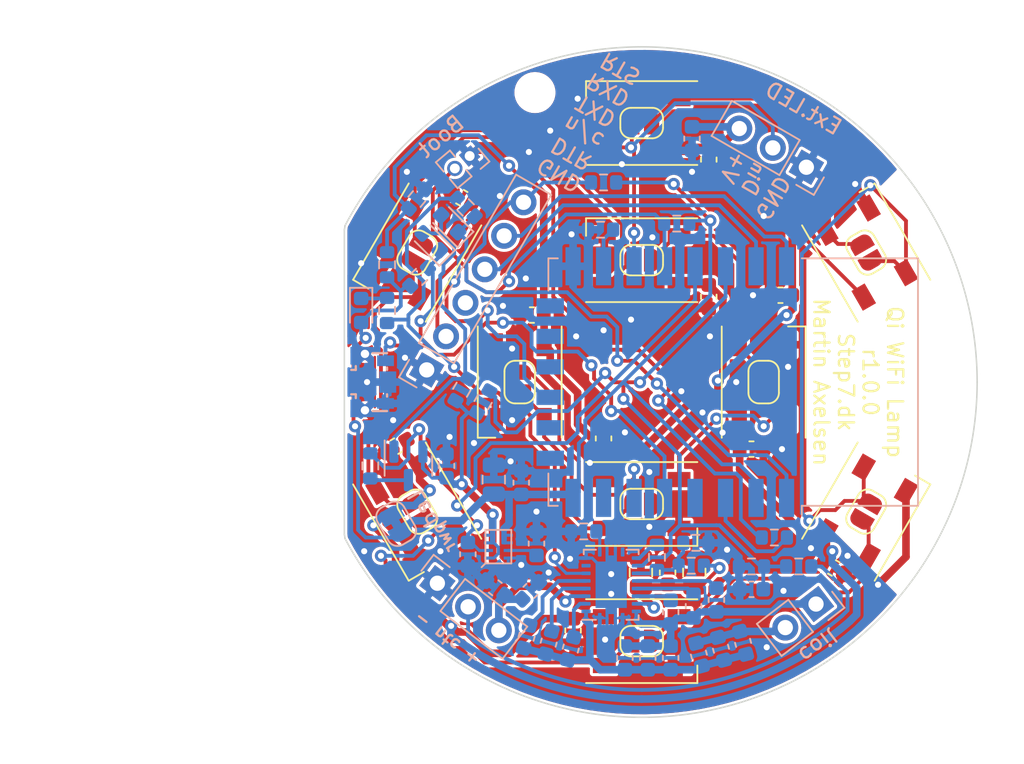
<source format=kicad_pcb>
(kicad_pcb (version 20211014) (generator pcbnew)
  (title_block (date "2022-05-20") (rev "1.0.0"))
  (layers (0 "F.Cu" signal) (31 "B.Cu" signal) (34 "B.Paste" user) (35 "F.Paste" user) (36 "B.SilkS" user "B.Silkscreen") (37 "F.SilkS" user "F.Silkscreen") (38 "B.Mask" user) (39 "F.Mask" user) (44 "Edge.Cuts" user))
  (net 0 "")
  (net 1 "Net-(C1-Pad1)")
  (net 2 "Net-(C1-Pad2)")
  (net 3 "Net-(C14-Pad2)")
  (net 4 "Net-(C20-Pad1)")
  (net 5 "GND")
  (net 6 "+BATT")
  (net 7 "Net-(C9-Pad1)")
  (net 8 "Net-(C10-Pad1)")
  (net 9 "Net-(C11-Pad1)")
  (net 10 "Net-(C12-Pad1)")
  (net 11 "Net-(C17-Pad2)")
  (net 12 "Net-(C18-Pad2)")
  (net 13 "Net-(C19-Pad2)")
  (net 14 "+VSW")
  (net 15 "Net-(D1-Pad4)")
  (net 16 "Net-(D2-Pad4)")
  (net 17 "Net-(D3-Pad4)")
  (net 18 "Net-(D4-Pad4)")
  (net 19 "Net-(D5-Pad4)")
  (net 20 "Net-(D6-Pad4)")
  (net 21 "Net-(D7-Pad4)")
  (net 22 "LED_V+")
  (net 23 "LED_DIN")
  (net 24 "Net-(D8-Pad4)")
  (net 25 "Net-(D11-Pad1)")
  (net 26 "Net-(D10-Pad2)")
  (net 27 "LED_DOUT")
  (net 28 "DTR")
  (net 30 "ESP_RXD")
  (net 31 "ESP_TXD")
  (net 32 "Net-(Q1-Pad3)")
  (net 33 "Net-(R1-Pad1)")
  (net 34 "Net-(R1-Pad2)")
  (net 35 "RTS")
  (net 36 "Net-(R5-Pad1)")
  (net 37 "Net-(R9-Pad1)")
  (net 38 "Net-(R13-Pad2)")
  (net 45 "~{Qi_CHG{slash}LED}")
  (net 47 "Qi_TS{slash}CTRL")
  (net 49 "NTC")
  (net 50 "KEEP_ALIVE")
  (net 51 "~{BTN}")
  (net 52 "BAT_ADC")
  (net 54 "Net-(D12-Pad2)")
  (net 55 "Net-(R15-Pad2)")
  (footprint "Capacitor_SMD:C_0603_1608Metric" (layer "F.Cu") (at 112.6 112.2 150)
    (fp_text reference "C26" hide)
    (fp_text value "330n" hide)
  )
  (footprint "LED_SMD:LED_SK6812_PLCC4_5.0x5.0mm_P3.2mm" (layer "F.Cu") (at 114.722432 91.5 120)
    (fp_text reference "D2" hide)
    (fp_text value "SK6812" hide)
  )
  (footprint "LED_SMD:LED_SK6812_PLCC4_5.0x5.0mm_P3.2mm" (layer "F.Cu") (at 108 100.000001 90)
    (fp_text reference "D8" hide)
    (fp_text value "SK6812" hide)
  )
  (footprint "LED_SMD:LED_SK6812_PLCC4_5.0x5.0mm_P3.2mm" (layer "F.Cu") (at 114.722432 108.5 60)
    (fp_text reference "D3" hide)
    (fp_text value "SK6812" hide)
  )
  (footprint "Capacitor_SMD:C_0603_1608Metric" (layer "F.Cu") (at 109.1 94.3)
    (fp_text reference "C25" hide)
    (fp_text value "330n" hide)
  )
  (footprint "MountingHole:MountingHole_2.2mm_M2" (layer "F.Cu") (at 93 81)
    (fp_text reference "H1" hide)
    (fp_text value "MountingHole" hide)
  )
  (footprint "Capacitor_SMD:C_0603_1608Metric" (layer "F.Cu") (at 88.2 87.9 150)
    (fp_text reference "C29" hide)
    (fp_text value "330n" hide)
  )
  (footprint "Capacitor_SMD:C_0603_1608Metric" (layer "F.Cu") (at 95.5 116.3 90)
    (fp_text reference "C27" hide)
    (fp_text value "330n" hide)
  )
  (footprint "LED_SMD:LED_SK6812_PLCC4_5.0x5.0mm_P3.2mm" (layer "F.Cu") (at 100 92 180)
    (fp_text reference "D7" hide)
    (fp_text value "SK6812" hide)
  )
  (footprint "Jumper:SolderJumper-2_P1.3mm_Open_RoundedPad1.0x1.5mm" (layer "F.Cu") (at 114.722432 108.5 -120)
    (fp_text reference "JP3" hide)
    (fp_text value "SolderJumper_2_Open" hide)
  )
  (footprint "Jumper:SolderJumper-2_P1.3mm_Open_RoundedPad1.0x1.5mm" (layer "F.Cu") (at 108 100.000001 -90)
    (fp_text reference "JP8" hide)
    (fp_text value "SolderJumper_2_Open" hide)
  )
  (footprint "Jumper:SolderJumper-2_P1.3mm_Open_RoundedPad1.0x1.5mm" (layer "F.Cu") (at 85.277568 108.5 120)
    (fp_text reference "JP5" hide)
    (fp_text value "SolderJumper_2_Open" hide)
  )
  (footprint "LED_SMD:LED_SK6812_PLCC4_5.0x5.0mm_P3.2mm" (layer "F.Cu") (at 100 117)
    (fp_text reference "D4" hide)
    (fp_text value "SK6812" hide)
  )
  (footprint "Capacitor_SMD:C_0603_1608Metric" (layer "F.Cu") (at 104.4 94.4 -90)
    (fp_text reference "C30" hide)
    (fp_text value "330n" hide)
  )
  (footprint "Jumper:SolderJumper-2_P1.3mm_Open_RoundedPad1.0x1.5mm" (layer "F.Cu") (at 114.722432 91.5 -60)
    (fp_text reference "JP2" hide)
    (fp_text value "SolderJumper_2_Open" hide)
  )
  (footprint "Capacitor_SMD:C_0603_1608Metric" (layer "F.Cu") (at 107.2 104.4 180)
    (fp_text reference "C31" hide)
    (fp_text value "330n" hide)
  )
  (footprint "LED_SMD:LED_SK6812_PLCC4_5.0x5.0mm_P3.2mm" (layer "F.Cu") (at 100 108)
    (fp_text reference "D9" hide)
    (fp_text value "SK6812" hide)
  )
  (footprint "Jumper:SolderJumper-2_P1.3mm_Open_RoundedPad1.0x1.5mm" (layer "F.Cu") (at 100 92)
    (fp_text reference "JP7" hide)
    (fp_text value "SolderJumper_2_Open" hide)
  )
  (footprint "Jumper:SolderJumper-2_P1.3mm_Open_RoundedPad1.0x1.5mm" (layer "F.Cu") (at 92 100 90)
    (fp_text reference "JP10" hide)
    (fp_text value "SolderJumper_2_Open" hide)
  )
  (footprint "LED_SMD:LED_SK6812_PLCC4_5.0x5.0mm_P3.2mm" (layer "F.Cu") (at 85.277568 108.5 -60)
    (fp_text reference "D5" hide)
    (fp_text value "SK6812" hide)
  )
  (footprint "Capacitor_SMD:C_0805_2012Metric" (layer "F.Cu") (at 99.950002 112.499997 90)
    (fp_text reference "C21" hide)
    (fp_text value "10u" hide)
  )
  (footprint "LED_SMD:LED_SK6812_PLCC4_5.0x5.0mm_P3.2mm" (layer "F.Cu") (at 100 83 180)
    (fp_text reference "D1" hide)
    (fp_text value "SK6812" hide)
  )
  (footprint "Capacitor_SMD:C_0603_1608Metric" (layer "F.Cu") (at 104.4 85.4 -90)
    (fp_text reference "C24" hide)
    (fp_text value "330n" hide)
  )
  (footprint "LED_SMD:LED_SK6812_PLCC4_5.0x5.0mm_P3.2mm" (layer "F.Cu") (at 85.277568 91.5 -120)
    (fp_text reference "D6" hide)
    (fp_text value "SK6812" hide)
  )
  (footprint "Capacitor_SMD:C_0805_2012Metric" (layer "F.Cu") (at 103.450001 112.499991 90)
    (fp_text reference "C20" hide)
    (fp_text value "10u" hide)
  )
  (footprint "Jumper:SolderJumper-2_P1.3mm_Open_RoundedPad1.0x1.5mm" (layer "F.Cu") (at 85.277568 91.5 60)
    (fp_text reference "JP6" hide)
    (fp_text value "SolderJumper_2_Open" hide)
  )
  (footprint "Jumper:SolderJumper-2_P1.3mm_Open_RoundedPad1.0x1.5mm" (layer "F.Cu") (at 100 117 180)
    (fp_text reference "JP4" hide)
    (fp_text value "SolderJumper_2_Open" hide)
  )
  (footprint "MountingHole:MountingHole_2.2mm_M2" (layer "F.Cu") (at 120 100)
    (fp_text reference "H2" hide)
    (fp_text value "MountingHole" hide)
  )
  (footprint "Capacitor_SMD:C_0603_1608Metric" (layer "F.Cu") (at 92.8 95.6)
    (fp_text reference "C33" hide)
    (fp_text value "330n" hide)
  )
  (footprint "Capacitor_SMD:C_0603_1608Metric" (layer "F.Cu") (at 97.5 103.7 -90)
    (fp_text reference "C32" hide)
    (fp_text value "330n" hide)
  )
  (footprint "LED_SMD:LED_SK6812_PLCC4_5.0x5.0mm_P3.2mm" (layer "F.Cu") (at 92 100 -90)
    (fp_text reference "D10" hide)
    (fp_text value "SK6812" hide)
  )
  (footprint "Capacitor_SMD:C_0603_1608Metric" (layer "F.Cu") (at 83.9 104.2 -150)
    (fp_text reference "C28" hide)
    (fp_text value "330n" hide)
  )
  (footprint "Capacitor_SMD:C_0603_1608Metric" (layer "F.Cu") (at 101.700002 112.499998 90)
    (fp_text reference "C3" hide)
    (fp_text value "100n" hide)
  )
  (footprint "Jumper:SolderJumper-2_P1.3mm_Open_RoundedPad1.0x1.5mm" (layer "F.Cu") (at 100 83)
    (fp_text reference "JP1" hide)
    (fp_text value "SolderJumper_2_Open" hide)
  )
  (footprint "Jumper:SolderJumper-2_P1.3mm_Open_RoundedPad1.0x1.5mm" (layer "F.Cu") (at 100 108 180)
    (fp_text reference "JP9" hide)
    (fp_text value "SolderJumper_2_Open" hide)
  )
  (footprint "Capacitor_SMD:C_0603_1608Metric" (layer "B.Cu") (at 92.7 113.7 45)
    (fp_text reference "C5" hide)
    (fp_text value "1u" hide)
  )
  (footprint "Package_DFN_QFN:Texas_VQFN-RHL-20" (layer "B.Cu") (at 97.999998 113.3)
    (fp_text reference "U2" hide)
    (fp_text value "BQ51050BRHL" hide)
  )
  (footprint "Capacitor_SMD:C_0603_1608Metric" (layer "B.Cu") (at 101.9 118.100003 90)
    (fp_text reference "C2" hide)
    (fp_text value "C_Small" hide)
  )
  (footprint "Resistor_SMD:R_0603_1608Metric" (layer "B.Cu") (at 102.3 89.6)
    (fp_text reference "R11" hide)
    (fp_text value "20k" hide)
  )
  (footprint "Connector_PinHeader_2.54mm:PinHeader_1x02_P2.54mm_Vertical" (layer "B.Cu") (at 111.433882 114.566116 127.5)
    (fp_text reference "J2" hide)
    (fp_text value "Conn_01x02" hide)
  )
  (footprint "Capacitor_SMD:C_0603_1608Metric" (layer "B.Cu") (at 101.900001 115.1 90)
    (fp_text reference "C17" hide)
    (fp_text value "10n" hide)
  )
  (footprint "Connector_PinHeader_1.27mm:PinHeader_1x02_P1.27mm_Vertical" (layer "B.Cu") (at 88.716987 85.163398 130)
    (fp_text reference "TP1" hide)
    (fp_text value "TestPoint_2Pole" hide)
  )
  (footprint "LED_SMD:LED_0603_1608Metric" (layer "B.Cu") (at 81.600001 95.299998 -90)
    (fp_text reference "D11" hide)
    (fp_text value "LED_Red" hide)
  )
  (footprint "Connector_PinHeader_2.54mm:PinHeader_1x03_P2.54mm_Vertical" (layer "B.Cu") (at 86.6 113.2 -127.5)
    (fp_text reference "J1" hide)
    (fp_text value "Conn_01x03" hide)
  )
  (footprint "Resistor_SMD:R_0603_1608Metric" (layer "B.Cu") (at 107.2 112.100001 180)
    (fp_text reference "R6" hide)
    (fp_text value "10k" hide)
  )
  (footprint "Jumper:SolderJumper-2_P1.3mm_Bridged_RoundedPad1.0x1.5mm" (layer "B.Cu") (at 83.9 109.3 120)
    (fp_text reference "JP11" hide)
    (fp_text value "SolderJumper_2_Bridged" hide)
  )
  (footprint "Capacitor_SMD:C_0603_1608Metric" (layer "B.Cu") (at 87.2 105.5 90)
    (fp_text reference "C8" hide)
    (fp_text value "100n" hide)
  )
  (footprint "Capacitor_SMD:C_0603_1608Metric" (layer "B.Cu") (at 98.9 118.099999 90)
    (fp_text reference "C15" hide)
    (fp_text value "C_Small" hide)
  )
  (footprint "Capacitor_SMD:C_0603_1608Metric" (layer "B.Cu") (at 100.400002 118.099999 90)
    (fp_text reference "C14" hide)
    (fp_text value "C_Small" hide)
  )
  (footprint "Diode_SMD:D_0603_1608Metric" (layer "B.Cu") (at 87.4 89.6 135)
    (fp_text reference "D12" hide)
    (fp_text value "CD0603-B0340R" hide)
  )
  (footprint "Capacitor_SMD:C_0603_1608Metric" (layer "B.Cu") (at 103.751116 117.888222 -75)
    (fp_text reference "C6" hide)
    (fp_text value "C_Small" hide)
  )
  (footprint "Resistor_SMD:R_0603_1608Metric" (layer "B.Cu") (at 85.4 93.1 -135)
    (fp_text reference "R16" hide)
    (fp_text value "20k" hide)
  )
  (footprint "Capacitor_SMD:C_0603_1608Metric" (layer "B.Cu") (at 90.4 113.5 142.5)
    (fp_text reference "C4" hide)
    (fp_text value "100n" hide)
  )
  (footprint "Resistor_SMD:R_0603_1608Metric" (layer "B.Cu") (at 101 111.5 -90)
    (fp_text reference "R1" hide)
    (fp_text value "205R" hide)
  )
  (footprint "Capacitor_SMD:C_0603_1608Metric" (layer "B.Cu") (at 107.2 113.6 180)
    (fp_text reference "C13" hide)
    (fp_text value "100n" hide)
  )
  (footprint "Capacitor_SMD:C_0603_1608Metric" (layer "B.Cu") (at 93.1 110.600001 90)
    (fp_text reference "C12" hide)
    (fp_text value "100n" hide)
  )
  (footprint "Capacitor_SMD:C_0603_1608Metric" (layer "B.Cu") (at 88.6 111.299999 -90)
    (fp_text reference "C16" hide)
    (fp_text value "100n" hide)
  )
  (footprint "Resistor_SMD:R_0603_1608Metric" (layer "B.Cu") (at 83.300002 95.299999 90)
    (fp_text reference "R4" hide)
    (fp_text value "100R" hide)
  )
  (footprint "Capacitor_SMD:C_0603_1608Metric" (layer "B.Cu") (at 92.451113 116.711771 -105)
    (fp_text reference "C10" hide)
    (fp_text value "47n" hide)
  )
  (footprint "Kharars-KiCAD-lib:TDFN-8_1.5x2.0mm_P0.5mm (Fused Lead)" (layer "B.Cu") (at 90.6 110.8 90)
    (fp_text reference "U1" hide)
    (fp_text value "SLG5NV1430V" hide)
  )
  (footprint "Resistor_SMD:R_0603_1608Metric" (layer "B.Cu") (at 89.6 101.3 60)
    (fp_text reference "R2" hide)
    (fp_text value "20k" hide)
  )
  (footprint "Diode_SMD:D_0603_1608Metric" (layer "B.Cu") (at 86.2 90.800001 135)
    (fp_text reference "D13" hide)
    (fp_text value "CD0603-B0340R" hide)
  )
  (footprint "Capacitor_SMD:C_0603_1608Metric" (layer "B.Cu") (at 92.1 106.6 90)
    (fp_text reference "C34" hide)
    (fp_text value "100n" hide)
  )
  (footprint "Capacitor_SMD:C_0603_1608Metric" (layer "B.Cu") (at 106.648887 117.111771 -75)
    (fp_text reference "C1" hide)
    (fp_text value "C_Small" hide)
  )
  (footprint "RF_Module:ESP-12E" (layer "B.Cu") (at 106 100 90)
    (fp_text reference "U3" hide)
    (fp_text value "ESP-12E" hide)
  )
  (footprint "Capacitor_SMD:C_0603_1608Metric" (layer "B.Cu") (at 104.9 114.299999 90)
    (fp_text reference "C18" hide)
    (fp_text value "47n" hide)
  )
  (footprint "Resistor_SMD:R_0603_1608Metric" (layer "B.Cu") (at 110.3 112.1)
    (fp_text reference "R3" hide)
    (fp_text value "464k" hide)
  )
  (footprint "Capacitor_SMD:C_0603_1608Metric" (layer "B.Cu") (at 103.399998 114.699999 90)
    (fp_text reference "C19" hide)
    (fp_text value "470n" hide)
  )
  (footprint "Resistor_SMD:R_0603_1608Metric" (layer "B.Cu") (at 83.3 92.3 -90)
    (fp_text reference "R17" hide)
    (fp_text value "340k" hide)
  )
  (footprint "Connector_PinHeader_2.54mm:PinHeader_1x03_P2.54mm_Vertical" (layer "B.Cu") (at 110.8 85.9 60)
    (fp_text reference "J5" hide)
    (fp_text value "Conn_01x03" hide)
  )
  (footprint "Resistor_SMD:R_0603_1608Metric" (layer "B.Cu") (at 88.46066 88.53934 135)
    (fp_text reference "R15" hide)
    (fp_text value "20k" hide)
  )
  (footprint "Resistor_SMD:R_0603_1608Metric" (layer "B.Cu") (at 97.3 90)
    (fp_text reference "R13" hide)
    (fp_text value "20k" hide)
  )
  (footprint "Resistor_SMD:R_0603_1608Metric" (layer "B.Cu") (at 82.2 105.5 90)
    (fp_text reference "R12" hide)
    (fp_text value "20k" hide)
  )
  (footprint "Capacitor_SMD:C_0603_1608Metric" (layer "B.Cu") (at 105.2 117.5 -75)
    (fp_text reference "C7" hide)
    (fp_text value "C_Small" hide)
  )
  (footprint "Resistor_SMD:R_0603_1608Metric" (layer "B.Cu") (at 108.7 110.2 180)
    (fp_text reference "R9" hide)
    (fp_text value "20k" hide)
  )
  (footprint "Kharars-KiCAD-lib:SKTDLDE010" (layer "B.Cu") (at 81.85 100 90)
    (fp_text reference "SW1" hide)
    (fp_text value "SKTDLDE010" hide)
  )
  (footprint "Resistor_SMD:R_0603_1608Metric" (layer "B.Cu") (at 103.55 110.549997)
    (fp_text reference "R8" hide)
    (fp_text value "200R" hide)
  )
  (footprint "Resistor_SMD:R_0603_1608Metric" (layer "B.Cu") (at 88.2 100.5 -120)
    (fp_text reference "R14" hide)
    (fp_text value "20k" hide)
  )
  (footprint "Resistor_SMD:R_0603_1608Metric" (layer "B.Cu") (at 85.25 87.986602 -130)
    (fp_text reference "R18" hide)
    (fp_text value "100k" hide)
  )
  (footprint "Resistor_SMD:R_0603_1608Metric" (layer "B.Cu") (at 97.5 86.9)
    (fp_text reference "R10" hide)
    (fp_text value "20k" hide)
  )
  (footprint "Connector_PinHeader_2.54mm:PinHeader_1x06_P2.54mm_Vertical" (layer "B.Cu") (at 85.9 99.2 -30)
    (fp_text reference "J4" hide)
    (fp_text value "Conn_01x06" hide)
  )
  (footprint "Capacitor_SMD:C_0603_1608Metric" (layer "B.Cu") (at 95.348889 117.488229 -105)
    (fp_text reference "C11" hide)
    (fp_text value "10n" hide)
  )
  (footprint "Capacitor_SMD:C_0603_1608Metric" (layer "B.Cu") (at 93.899999 117.100001 -105)
    (fp_text reference "C9" hide)
    (fp_text value "470n" hide)
  )
  (footprint "Capacitor_SMD:C_0805_2012Metric" (layer "B.Cu") (at 90.3 106.4 90)
    (fp_text reference "C22" hide)
    (fp_text value "10u" hide)
  )
  (footprint "Resistor_SMD:R_0603_1608Metric" (layer "B.Cu") (at 96.2 109.8 180)
    (fp_text reference "R5" hide)
    (fp_text value "2.4k" hide)
  )
  (footprint "Resistor_SMD:R_0603_1608Metric" (layer "B.Cu") (at 103.25 112.05)
    (fp_text reference "R7" hide)
    (fp_text value "20k" hide)
  )
  (footprint "Capacitor_SMD:C_0603_1608Metric" (layer "B.Cu") (at 103.3 84.025 -90)
    (fp_text reference "C23" hide)
    (fp_text value "330n" hide)
  )
  (footprint "Package_TO_SOT_SMD:SOT-23" (layer "B.Cu") (at 84.7 105.5 -90)
    (fp_text reference "Q1" hide)
    (fp_text value "BSS 209PW" hide)
  )
  (gr_line (start 80.5 90) (end 80.5 110) (layer "Edge.Cuts") (width 0.1))
  (gr_arc (start 121.999999 100) (mid 105.289506 121.354652) (end 80.543534 110.26869) (layer "Edge.Cuts") (width 0.1))
  (gr_arc (start 80.543536 89.731307) (mid 105.289508 78.645349) (end 121.999999 100) (layer "Edge.Cuts") (width 0.1))
  (gr_line (start 80.5 110) (end 80.543535 110.26869) (layer "Edge.Cuts") (width 0.1))
  (gr_line (start 80.5 90) (end 80.543536 89.731307) (layer "Edge.Cuts") (width 0.1))
  (gr_text "GND\nD_{in}\nV+" (at 108 85.7 240) (layer "B.SilkS") (effects (font (size 1 1)) (justify right mirror)))
  (gr_text "GND\nDTR\nn/c\nTXD\nRXD\nRTS" (at 96.6 82.9 150) (layer "B.SilkS") (effects (font (size 1 1)) (justify mirror)))
  (gr_text "\nQi WiFi Lamp\nr${REVISION}\nStep7.dk\nMartin Axelsen" (at 115 100 270) (layer "F.SilkS") (effects (font (size 1 1))))
  (segment (start 109.167957 116.363178) (end 109.418765 116.11237) (width 0.5) (layer "B.Cu") (net 1))
  (segment (start 106.448303 116.363179) (end 104.999416 116.751406) (width 0.5) (layer "B.Cu") (net 1))
  (segment (start 106.448302 116.363178) (end 109.167957 116.363178) (width 0.5) (layer "B.Cu") (net 1))
  (segment (start 104.999416 116.751406) (end 103.55053 117.139639) (width 0.5) (layer "B.Cu") (net 1))
  (segment (start 96.35 115.6) (end 96.325001 115.624998) (width 0.25) (layer "B.Cu") (net 2))
  (segment (start 98.900001 118.874999) (end 100.4 118.875002) (width 0.5) (layer "B.Cu") (net 2))
  (segment (start 98.9 118.874999) (end 97.274999 118.874999) (width 0.5) (layer "B.Cu") (net 2))
  (segment (start 101.9 118.875003) (end 103.713513 118.875003) (width 0.5) (layer "B.Cu") (net 2))
  (segment (start 93.699416 117.848594) (end 95.148304 118.236821) (width 0.5) (layer "B.Cu") (net 2))
  (segment (start 100.4 118.875002) (end 101.900001 118.874998) (width 0.5) (layer "B.Cu") (net 2))
  (segment (start 105.400585 118.248593) (end 106.849473 117.860364) (width 0.5) (layer "B.Cu") (net 2))
  (segment (start 97.274999 118.874999) (end 96.6 118.2) (width 0.5) (layer "B.Cu") (net 2))
  (segment (start 103.713513 118.875003) (end 103.951701 118.636815) (width 0.5) (layer "B.Cu") (net 2))
  (segment (start 96.35 115.05) (end 96.35 115.6) (width 0.25) (layer "B.Cu") (net 2))
  (segment (start 103.951698 118.63682) (end 105.400585 118.248593) (width 0.5) (layer "B.Cu") (net 2))
  (segment (start 92.250525 117.460362) (end 93.699416 117.848594) (width 0.5) (layer "B.Cu") (net 2))
  (segment (start 96.325001 115.624998) (end 96.6 115.899997) (width 0.5) (layer "B.Cu") (net 2))
  (segment (start 95.148304 118.236822) (end 96.563178 118.236822) (width 0.5) (layer "B.Cu") (net 2))
  (segment (start 96.6 115.899997) (end 96.6 118.2) (width 0.5) (layer "B.Cu") (net 2))
  (segment (start 96.563178 118.236822) (end 96.6 118.2) (width 0.5) (layer "B.Cu") (net 2))
  (segment (start 109.083884 114.566116) (end 111.433882 114.566116) (width 0.5) (layer "B.Cu") (net 3))
  (segment (start 108.575001 115.074999) (end 109.083884 114.566116) (width 0.5) (layer "B.Cu") (net 3))
  (segment (start 102.300002 115.474999) (end 101.900001 115.875) (width 0.5) (layer "B.Cu") (net 3))
  (segment (start 99.975002 115.874999) (end 99.7 115.6) (width 0.5) (layer "B.Cu") (net 3))
  (segment (start 103.399998 115.474999) (end 102.300002 115.474999) (width 0.5) (layer "B.Cu") (net 3))
  (segment (start 104.9 115.074999) (end 108.575001 115.074999) (width 0.5) (layer "B.Cu") (net 3))
  (segment (start 101.899998 115.875002) (end 99.975002 115.874999) (width 0.5) (layer "B.Cu") (net 3))
  (segment (start 99.649998 115.55) (end 99.7 115.6) (width 0.25) (layer "B.Cu") (net 3))
  (segment (start 101.900001 115.875) (end 101.9 117.325003) (width 0.5) (layer "B.Cu") (net 3))
  (segment (start 99.875001 117.325) (end 100.400002 117.324998) (width 0.5) (layer "B.Cu") (net 3))
  (segment (start 100.400002 117.324998) (end 101.9 117.325) (width 0.5) (layer "B.Cu") (net 3))
  (segment (start 99.649999 115.050003) (end 99.649998 115.55) (width 0.25) (layer "B.Cu") (net 3))
  (segment (start 104.9 115.074999) (end 103.799998 115.074999) (width 0.5) (layer "B.Cu") (net 3))
  (segment (start 103.799998 115.074999) (end 103.399998 115.474999) (width 0.5) (layer "B.Cu") (net 3))
  (segment (start 98.9 117.325) (end 99.875001 117.325) (width 0.5) (layer "B.Cu") (net 3))
  (segment (start 101.749999 113.324995) (end 101.700002 113.274998) (width 0.5) (layer "F.Cu") (net 4))
  (segment (start 103.450001 113.449991) (end 101.874995 113.449991) (width 0.5) (layer "F.Cu") (net 4))
  (segment (start 99.950002 113.950001) (end 99.950002 113.449997) (width 0.5) (layer "F.Cu") (net 4))
  (segment (start 101.874995 113.449991) (end 101.700002 113.274998) (width 0.5) (layer "F.Cu") (net 4))
  (segment (start 101.525003 113.449997) (end 101.700002 113.274998) (width 0.5) (layer "F.Cu") (net 4))
  (segment (start 99.950002 113.449997) (end 101.525003 113.449997) (width 0.5) (layer "F.Cu") (net 4))
  (segment (start 103.450001 113.449991) (end 103.850009 113.449991) (width 0.25) (layer "F.Cu") (net 4))
  (segment (start 100.799999 114.799998) (end 99.950002 113.950001) (width 0.5) (layer "F.Cu") (net 4))
  (segment (start 103.850009 113.449991) (end 105.1 112.2) (width 0.25) (layer "F.Cu") (net 4))
  (via (at 100.799999 114.799998) (size 0.8) (drill 0.4) (layers "F.Cu" "B.Cu") (net 4))
  (via (at 105.1 112.2) (size 0.8) (drill 0.4) (layers "F.Cu" "B.Cu") (net 4))
  (segment (start 99.650001 114.549999) (end 100.55 114.549999) (width 0.25) (layer "B.Cu") (net 4))
  (segment (start 105.1 112.2) (end 104.95 112.05) (width 0.25) (layer "B.Cu") (net 4))
  (segment (start 100.55 114.549999) (end 100.799999 114.799998) (width 0.25) (layer "B.Cu") (net 4))
  (segment (start 104.95 112.05) (end 104.075 112.05) (width 0.25) (layer "B.Cu") (net 4))
  (segment (start 98.625 103.025) (end 98.9 103.3) (width 0.25) (layer "F.Cu") (net 5))
  (segment (start 96.6 105.2) (end 96.6 105.3) (width 0.25) (layer "F.Cu") (net 5))
  (segment (start 97.6 103.025) (end 98.625 103.025) (width 0.25) (layer "F.Cu") (net 5))
  (segment (start 104.4 86.175) (end 103.325 86.175) (width 0.25) (layer "F.Cu") (net 5))
  (segment (start 91.5 102.5) (end 90.45 102.5) (width 0.25) (layer "F.Cu") (net 5))
  (segment (start 87.4 103.6) (end 85.9 102.1) (width 0.25) (layer "F.Cu") (net 5))
  (segment (start 92.4 93.5) (end 90.9 95) (width 0.25) (layer "F.Cu") (net 5))
  (segment (start 95.5 90.4) (end 95.4 90.3) (width 0.25) (layer "F.Cu") (net 5))
  (segment (start 96.5 100.235718) (end 96.5 102.6) (width 0.25) (layer "F.Cu") (net 5))
  (segment (start 91.4 105.2) (end 93.1 106.9) (width 0.25) (layer "F.Cu") (net 5))
  (segment (start 104.4 95.175) (end 104.4 96.92498) (width 0.25) (layer "F.Cu") (net 5))
  (segment (start 81.85 101.85) (end 82.3 102.3) (width 0.25) (layer "F.Cu") (net 5))
  (segment (start 85.9 102.1) (end 84.1 102.1) (width 0.25) (layer "F.Cu") (net 5))
  (segment (start 93.9 83.4) (end 87.4 83.4) (width 0.25) (layer "F.Cu") (net 5))
  (segment (start 90.45 102.5) (end 90.4 102.45) (width 0.25) (layer "F.Cu") (net 5))
  (segment (start 95.1 103.7) (end 96.6 105.2) (width 0.25) (layer "F.Cu") (net 5))
  (segment (start 94 83.5) (end 93.9 83.4) (width 0.25) (layer "F.Cu") (net 5))
  (segment (start 93.1 106.9) (end 93.1 108.5) (width 0.25) (layer "F.Cu") (net 5))
  (segment (start 97.5 96.6) (end 98.6 96.6) (width 0.25) (layer "F.Cu") (net 5))
  (segment (start 81.4 103.9) (end 81.4 110.7) (width 0.25) (layer "F.Cu") (net 5))
  (segment (start 108.325 94.3) (end 107.3 94.3) (width 0.25) (layer "F.Cu") (net 5))
  (segment (start 91.5 95.6) (end 90.9 95) (width 0.25) (layer "F.Cu") (net 5))
  (segment (start 81.4 110.7) (end 81.8 111.1) (width 0.25) (layer "F.Cu") (net 5))
  (segment (start 93.1 111) (end 92.1 112) (width 0.25) (layer "F.Cu") (net 5))
  (segment (start 109.6 97.550001) (end 109.6 99) (width 0.25) (layer "F.Cu") (net 5))
  (segment (start 102.45 118.6) (end 105.3 118.6) (width 0.5) (layer "F.Cu") (net 5))
  (segment (start 82.3 103) (end 81.4 103.9) (width 0.25) (layer "F.Cu") (net 5))
  (segment (start 103.325 86.175) (end 103.3 86.2) (width 0.25) (layer "F.Cu") (net 5))
  (segment (start 117.333073 111.466927) (end 115.5 113.3) (width 0.5) (layer "F.Cu") (net 5))
  (segment (start 84.6 86.2) (end 87.4 83.4) (width 0.25) (layer "F.Cu") (net 5))
  (segment (start 97.425 117.075) (end 97.6 116.9) (width 0.5) (layer "F.Cu") (net 5))
  (segment (start 106.5 117.4) (end 108.2 117.4) (width 0.5) (layer "F.Cu") (net 5))
  (segment (start 84.1 102.1) (end 83.7 102.5) (width 0.25) (layer "F.Cu") (net 5))
  (segment (start 97.55 81.4) (end 95.8 81.4) (width 0.25) (layer "F.Cu") (net 5))
  (segment (start 95.1 101) (end 95.1 103.7) (width 0.25) (layer "F.Cu") (net 5))
  (segment (start 87.8 104) (end 87.4 103.6) (width 0.25) (layer "F.Cu") (net 5))
  (segment (start 97.55 90.4) (end 95.5 90.4) (width 0.25) (layer "F.Cu") (net 5))
  (segment (start 96.5 102.6) (end 96.925 103.025) (width 0.25) (layer "F.Cu") (net 5))
  (segment (start 92.025 97.275) (end 92.025 95.6) (width 0.25) (layer "F.Cu") (net 5))
  (segment (start 92.025 95.6) (end 91.5 95.6) (width 0.25) (layer "F.Cu") (net 5))
  (segment (start 81.6 92.2) (end 81.6 89.2) (width 0.25) (layer "F.Cu") (net 5))
  (segment (start 95.7 97) (end 95.7 99.398624) (width 0.25) (layer "F.Cu") (net 5))
  (segment (start 81.9 92.2) (end 82.521762 92.821762) (width 0.25) (layer "F.Cu") (net 5))
  (segment (start 117.333073 107.178238) (end 117.333073 111.466927) (width 0.5) (layer "F.Cu") (net 5))
  (segment (start 81.6 92.2) (end 81.9 92.2) (width 0.25) (layer "F.Cu") (net 5))
  (segment (start 91.4 105.2) (end 90.2 105.2) (width 0.25) (layer "F.Cu") (net 5))
  (segment (start 104.4 96.92498) (end 104.47502 97) (width 0.25) (layer "F.Cu") (net 5))
  (segment (start 82.3 102.3) (end 82.3 103) (width 0.25) (layer "F.Cu") (net 5))
  (segment (start 107.3 90.8) (end 107.3 94.3) (width 0.25) (layer "F.Cu") (net 5))
  (segment (start 89 104) (end 87.8 104) (width 0.25) (layer "F.Cu") (net 5))
  (segment (start 95.4 90.3) (end 95.4 87.7) (width 0.25) (layer "F.Cu") (net 5))
  (segment (start 91.5 97.8) (end 92.025 97.275) (width 0.25) (layer "F.Cu") (net 5))
  (segment (start 100.7 87.3) (end 100.7 90.5) (width 0.25) (layer "F.Cu") (net 5))
  (segment (start 96.925 103.025) (end 97.6 103.025) (width 0.25) (layer "F.Cu") (net 5))
  (segment (start 91.9 97.8) (end 95.1 101) (width 0.25) (layer "F.Cu") (net 5))
  (segment (start 92.4 93.2) (end 92.4 93.5) (width 0.25) (layer "F.Cu") (net 5))
  (segment (start 93.1 108.5) (end 93.1 111) (width 0.25) (layer "F.Cu") (net 5))
  (segment (start 105.3 118.6) (end 106.5 117.4) (width 0.5) (layer "F.Cu") (net 5))
  (segment (start 95.5 117.075) (end 97.425 117.075) (width 0.5) (layer "F.Cu") (net 5))
  (segment (start 81.6 89.2) (end 84.6 86.2) (width 0.25) (layer "F.Cu") (net 5))
  (segment (start 101.8 86.2) (end 100.7 87.3) (width 0.25) (layer "F.Cu") (net 5))
  (segment (start 95.700688 99.399312) (end 95.700688 99.436406) (width 0.25) (layer "F.Cu") (net 5))
  (segment (start 98.6 96.6) (end 99.3 95.9) (width 0.25) (layer "F.Cu") (net 5))
  (segment (start 103.3 86.2) (end 103.3 86.8) (width 0.25) (layer "F.Cu") (net 5))
  (segment (start 95.7 99.398624) (end 95.700688 99.399312) (width 0.25) (layer "F.Cu") (net 5))
  (segment (start 95.4 87.7) (end 92.6 84.9) (width 0.25) (layer "F.Cu") (net 5))
  (segment (start 87.1 87.94133) (end 87.1 88.6) (width 0.25) (layer "F.Cu") (net 5))
  (segment (start 82.521762 92.821762) (end 82.666927 92.821762) (width 0.25) (layer "F.Cu") (net 5))
  (segment (start 92.6 84.9) (end 88.980385 84.9) (width 0.25) (layer "F.Cu") (net 5))
  (segment (start 91.5 97.8) (end 91.9 97.8) (width 0.25) (layer "F.Cu") (net 5))
  (segment (start 88.980385 84.9) (end 88.716987 85.163398) (width 0.25) (layer "F.Cu") (net 5))
  (segment (start 95.700688 99.436406) (end 96.5 100.235718) (width 0.25) (layer "F.Cu") (net 5))
  (segment (start 90.2 105.2) (end 89 104) (width 0.25) (layer "F.Cu") (net 5))
  (segment (start 91.5 105.1) (end 91.5 102.5) (width 0.25) (layer "F.Cu") (net 5))
  (segment (start 91.4 105.2) (end 91.5 105.1) (width 0.25) (layer "F.Cu") (net 5))
  (segment (start 103.3 86.2) (end 101.8 86.2) (width 0.25) (layer "F.Cu") (net 5))
  (segment (start 103.3 86.8) (end 107.3 90.8) (width 0.25) (layer "F.Cu") (net 5))
  (segment (start 87.52883 87.5125) (end 87.1 87.94133) (width 0.25) (layer "F.Cu") (net 5))
  (via (at 93.9 112.5) (size 0.8) (drill 0.4) (layers "F.Cu" "B.Cu") (net 5))
  (via (at 93.1 108.5) (size 0.8) (drill 0.4) (layers "F.Cu" "B.Cu") (net 5))
  (via (at 95.4 90.3) (size 0.8) (drill 0.4) (layers "F.Cu" "B.Cu") (net 5))
  (via (at 91.5 97.8) (size 0.8) (drill 0.4) (layers "F.Cu" "B.Cu") (net 5))
  (via (at 104.47502 97) (size 0.8) (drill 0.4) (layers "F.Cu" "B.Cu") (net 5))
  (via (at 105.305937 103.313357) (size 0.8) (drill 0.4) (layers "F.Cu" "B.Cu") (net 5))
  (via (at 113.5 111.4) (size 0.8) (drill 0.4) (layers "F.Cu" "B.Cu") (net 5))
  (via (at 106.2 100) (size 0.8) (drill 0.4) (layers "F.Cu" "B.Cu") (net 5))
  (via (at 90.9 95) (size 0.8) (drill 0.4) (layers "F.Cu" "B.Cu") (net 5))
  (via (at 100.5 109.5) (size 0.8) (drill 0.4) (layers "F.Cu" "B.Cu") (net 5))
  (via (at 107.3 94.3) (size 0.8) (drill 0.4) (layers "F.Cu" "B.Cu") (net 5))
  (via (at 95.3 111.6) (size 0.8) (drill 0.4) (layers "F.Cu" "B.Cu") (net 5))
  (via (at 108 89.1) (size 0.8) (drill 0.4) (layers "F.Cu" "B.Cu") (net 5))
  (via (at 99.3 95.9) (size 0.8) (drill 0.4) (layers "F.Cu" "B.Cu") (net 5))
  (via (at 103.3 86.2) (size 0.8) (drill 0.4) (layers "F.Cu" "B.Cu") (net 5))
  (via (at 86.8 111.1) (size 0.8) (drill 0.4) (layers "F.Cu" "B.Cu") (net 5))
  (via (at 98 112.6) (size 0.8) (drill 0.4) (layers "F.Cu" "B.Cu") (net 5))
  (via (at 109.2 104.4) (size 0.8) (drill 0.4) (layers "F.Cu" "B.Cu") (net 5))
  (via (at 98.9 103.3) (size 0.8) (drill 0.4) (layers "F.Cu" "B.Cu") (net 5))
  (via (at 81.6 92.2) (size 0.8) (drill 0.4) (layers "F.Cu" "B.Cu") (net 5))
  (via (at 103.986643 101.994063) (size 0.8) (drill 0.4) (layers "F.Cu" "B.Cu") (net 5))
  (via (at 89 104) (size 0.8) (drill 0.4) (layers "F.Cu" "B.Cu") (net 5))
  (via (at 102.6 100.6) (size 0.8) (drill 0.4) (layers "F.Cu" "B.Cu") (net 5))
  (via (at 95.8 81.4) (size 0.8) (drill 0.4) (layers "F.Cu" "B.Cu") (net 5))
  (via (at 92.4 93.2) (size 0.8) (drill 0.4) (layers "F.Cu" "B.Cu") (net 5))
  (via (at 81.8 111.1) (size 0.8) (drill 0.4) (layers "F.Cu" "B.Cu") (net 5))
  (via (at 98 113.9) (size 0.8) (drill 0.4) (layers "F.Cu" "B.Cu") (net 5))
  (via (at 92.6 84.9) (size 0.8) (drill 0.4) (layers "F.Cu" "B.Cu") (net 5))
  (via (at 111.1 110.9) (size 0.8) (drill 0.4) (layers "F.Cu" "B.Cu") (net 5))
  (via (at 108.2 117.4) (size 0.8) (drill 0.4) (layers "F.Cu" "B.Cu") (net 5))
  (via (at 100.5 105.9) (size 0.8) (drill 0.4) (layers "F.Cu" "B.Cu") (net 5))
  (via (at 81.9875 100) (size 0.8) (drill 0.4) (layers "F.Cu" "B.Cu") (net 5))
  (via (at 109.6 99) (size 0.8) (drill 0.4) (layers "F.Cu" "B.Cu") (net 5))
  (via (at 91.5 102.5) (size 0.8) (drill 0.4) (layers "F.Cu" "B.Cu") (net 5))
  (via (at 91.4 105.2) (size 0.8) (drill 0.4) (layers "F.Cu" "B.Cu") (net 5))
  (via (at 84.4755 98.4) (size 0.8) (drill 0.4) (layers "F.Cu" "B.Cu") (net 5))
  (via (at 115.5 113.3) (size 0.8) (drill 0.4) (layers "F.Cu" "B.Cu") (net 5))
  (via (at 87.4 103.6) (size 0.8) (drill 0.4) (layers "F.Cu" "B.Cu") (net 5))
  (via (at 114 87) (size 0.8) (drill 0.4) (layers "F.Cu" "B.Cu") (net 5))
  (via (at 98.7 85.7) (size 0.8) (drill 0.4) (layers "F.Cu" "B.Cu") (net 5))
  (via (at 92.1 112) (size 0.8) (drill 0.4) (layers "F.Cu" "B.Cu") (net 5))
  (via (at 95.7 97) (size 0.8) (drill 0.4) (layers "F.Cu" "B.Cu") (net 5))
  (via (at 96.6 105.3) (size 0.8) (drill 0.4) (layers "F.Cu" "B.Cu") (net 5))
  (via (at 84.6 86.2) (size 0.8) (drill 0.4) (layers "F.Cu" "B.Cu") (net 5))
  (via (at 97.5 96.6) (size 0.8) (drill 0.4) (layers "F.Cu" "B.Cu") (net 5))
  (via (at 100.7 90.5) (size 0.8) (drill 0.4) (layers "F.Cu" "B.Cu") (net 5))
  (via (at 90.7 87.78822) (size 0.8) (drill 0.4) (layers "F.Cu" "B.Cu") (net 5))
  (via (at 109.3 113.7) (size 0.8) (drill 0.4) (layers "F.Cu" "B.Cu") (net 5))
  (via (at 97.6 116.9) (size 0.8) (drill 0.4) (layers "F.Cu" "B.Cu") (net 5))
  (via (at 94 83.5) (size 0.8) (drill 0.4) (layers "F.Cu" "B.Cu") (net 5))
  (via (at 83.7 102.5) (size 0.8) (drill 0.4) (layers "F.Cu" "B.Cu") (net 5))
  (via (at 105.6 111) (size 0.8) (drill 0.4) (layers "F.Cu" "B.Cu") (net 5))
  (segment (start 98.749998 115.750002) (end 97.6 116.9) (width 0.25) (layer "B.Cu") (net 5))
  (segment (start 81.8 111.1) (end 81.8 111.4) (width 0.25) (layer "B.Cu") (net 5))
  (segment (start 92.1 112) (end 91.7 112.4) (width 0.25) (layer "B.Cu") (net 5))
  (segment (start 88.897929 84.882188) (end 88.972575 84.882188) (width 0.25) (layer "B.Cu") (net 5))
  (segment (start 106.375 111.775) (end 105.6 111) (width 0.25) (layer "B.Cu") (net 5))
  (segment (start 98.7 85.7) (end 98.8 85.8) (width 0.25) (layer "B.Cu") (net 5))
  (segment (start 91.7 99) (end 91.7 98) (width 0.25) (layer "B.Cu") (net 5))
  (segment (start 98.8 85.8) (end 102.9 85.8) (width 0.25) (layer "B.Cu") (net 5))
  (segment (start 95.5 92.4) (end 93.2 92.4) (width 0.25) (layer "B.Cu") (net 5))
  (segment (start 97.249998 116.549998) (end 97.6 116.9) (width 0.25) (layer "B.Cu") (net 5))
  (segment (start 90.9 95) (end 91.9 95) (width 0.25) (layer "B.Cu") (net 5))
  (segment (start 105.6 111) (end 105.149997 110.549997) (width 0.25) (layer "B.Cu") (net 5))
  (segment (start 106.375 112.100001) (end 106.375 111.775) (width 0.25) (layer "B.Cu") (net 5))
  (segment (start 88.63194 112.074999) (end 89.685151 113.12821) (width 0.5) (layer "B.Cu") (net 5))
  (segment (start 92.9 96) (end 95 96) (width 0.25) (layer "B.Cu") (net 5))
  (segment (start 95 96) (end 95.7 96.7) (width 0.25) (layer "B.Cu") (net 5))
  (segment (start 90.4 112.4) (end 89.685151 113.114849) (width 0.25) (layer "B.Cu") (net 5))
  (segment (start 98.274998 115.45) (end 98.274998 116.225002) (width 0.2) (layer "B.Cu") (net 5))
  (segment (start 97.999998 113.3) (end 97.999998 112.600002) (width 0.5) (layer "B.Cu") (net 5))
  (segment (start 90.7 87.78822) (end 90.7 87.146411) (width 0.25) (layer "B.Cu") (net 5))
  (segment (start 93.248008 113.151992) (end 93.9 112.5) (width 0.25) (layer "B.Cu") (net 5))
  (segment (start 110.8 86.3) (end 108 89.1) (width 0.25) (layer "B.Cu") (net 5))
  (segment (start 95.7 97) (end 97.1 97) (width 0.25) (layer "B.Cu") (net 5))
  (segment (start 91.7 112.4) (end 90.4 112.4) (width 0.25) (layer "B.Cu") (net 5))
  (segment (start 93.174999 109.9) (end 93.1 109.825001) (width 0.25) (layer "B.Cu") (net 5))
  (segment (start 92.1 111.7) (end 92.1 112) (width 0.2) (layer "B.Cu") (net 5))
  (segment (start 92.6 84.9) (end 94 83.5) (width 0.25) (layer "B.Cu") (net 5))
  (segment (start 87.775001 112.075001) (end 88.6 112.075001) (width 0.25) (layer "B.Cu") (net 5))
  (segment (start 100.5 109.5) (end 100.5 105.9) (width 0.25) (layer "B.Cu") (net 5))
  (segment (start 103.986643 101.986643) (end 103.986643 101.994063) (width 0.25) (layer "B.Cu") (net 5))
  (segment (start 102.6 100.6) (end 103.986643 101.986643) (width 0.25) (layer "B.Cu") (net 5))
  (segment (start 105.149997 110.549997) (end 104.375 110.549997) (width 0.25) (layer "B.Cu") (net 5))
  (segment (start 98.274998 116.225002) (end 97.6 116.9) (width 0.2) (layer "B.Cu") (net 5))
  (segment (start 81.2475 98.275) (end 81.2475 97.4475) (width 0.2) (layer "B.Cu") (net 5))
  (segment (start 92.1 112) (end 92.1 112.003984) (width 0.25) (layer "B.Cu") (net 5))
  (segment (start 90.3 105.45) (end 91.15 105.45) (width 0.25) (layer "B.Cu") (net 5))
  (segment (start 91.9 95) (end 92.9 96) (width 0.25) (layer "B.Cu") (net 5))
  (segment (start 95.7 90) (end 95.4 90.3) (width 0.25) (layer "B.Cu") (net 5))
  (segment (start 98.749998 115.45) (end 98.749998 115.750002) (width 0.25) (layer "B.Cu") (net 5))
  (segment (start 91.4 105.2) (end 91.6 105.4) (width 0.25) (layer "B.Cu") (net 5))
  (segment (start 96.6 105.3) (end 96.6 108.9) (width 0.25) (layer "B.Cu") (net 5))
  (segment (start 86.8 111.1) (end 87.775001 112.075001) (width 0.25) (layer "B.Cu") (net 5))
  (segment (start 102.9 85.8) (end 103.3 86.2) (width 0.25) (layer "B.Cu") (net 5))
  (segment (start 91.6 105.7) (end 91.725 105.825) (width 0.25) (layer "B.Cu") (net 5))
  (segment (start 93.1 108.5) (end 93.1 109.825001) (width 0.25) (layer "B.Cu") (net 5))
  (segment (start 98.7 85.7) (end 96.2 85.7) (width 0.25) (layer "B.Cu") (net 5))
  (segment (start 97.999998 112.600002) (end 98 112.6) (width 0.5) (layer "B.Cu") (net 5))
  (segment (start 85.7803 87.354615) (end 85.854615 87.354615) (width 0.25) (layer "B.Cu") (net 5))
  (segment (start 95.35 111.55) (end 95.3 111.6) (width 0.2) (layer "B.Cu") (net 5))
  (segment (start 89.685151 113.114849) (end 89.685151 113.12821) (width 0.25) (layer "B.Cu") (net 5))
  (segment (start 95.7 96.7) (end 95.7 97) (width 0.25) (layer "B.Cu") (net 5))
  (segment (start 95.5 90.4) (end 95.4 90.3) (width 0.25) (layer "B.Cu") (net 5))
  (segment (start 100.5 104.9) (end 100.5 105.9) (width 0.25) (layer "B.Cu") (net 5))
  (segment (start 95.6 109.9) (end 95.375 109.9) (width 0.25) (layer "B.Cu") (net 5))
  (segment (start 91.7 98) (end 91.5 97.8) (width 0.25) (layer "B.Cu") (net 5))
  (segment (start 97.999998 113.899998) (end 98 113.9) (width 0.5) (layer "B.Cu") (net 5))
  (segment (start 85.5 112.4) (end 86.8 111.1) (width 0.25) (layer "B.Cu") (net 5))
  (segment (start 96.75 111.55) (end 97.999998 112.799998) (width 0.2) (layer "B.Cu") (net 5))
  (segment (start 91.6 105.4) (end 91.6 105.7) (width 0.25) (layer "B.Cu") (net 5))
  (segment (start 81.2475 97.4475) (end 80.800481 97.000481) (width 0.2) (layer "B.Cu") (net 5))
  (segment (start 95.375 109.9) (end 95.375 111.525) (width 0.2) (layer "B.Cu") (net 5))
  (segment (start 88.6 112.074999) (end 88.63194 112.074999) (width 0.5) (layer "B.Cu") (net 5))
  (segment (start 103.3 84.8) (end 103.3 86.2) (width 0.5) (layer "B.Cu") (net 5))
  (segment (start 95.375 111.525) (end 95.3 111.6) (width 0.2) (layer "B.Cu") (net 5))
  (segment (start 92.1 112.003984) (end 93.248008 113.151992) (width 0.25) (layer "B.Cu") (net 5))
  (segment (start 82.8 112.4) (end 85.5 112.4) (width 0.25) (layer "B.Cu") (net 5))
  (segment (start 97.724998 116.775002) (end 97.6 116.9) (width 0.2) (layer "B.Cu") (net 5))
  (segment (start 110.8 85.9) (end 110.8 86.3) (width 0.25) (layer "B.Cu") (net 5))
  (segment (start 96.349998 111.55) (end 96.75 111.55) (width 0.2) (layer "B.Cu") (net 5))
  (segment (start 93.2 92.4) (end 92.4 93.2) (width 0.25) (layer "B.Cu") (net 5))
  (segment (start 91.7 102.3) (end 91.5 102.5) (width 0.25) (layer "B.Cu") (net 5))
  (segment (start 95.5 92.4) (end 95.5 90.4) (width 0.25) (layer "B.Cu") (net 5))
  (segment (start 97.999998 112.799998) (end 97.999998 113.3) (width 0.2) (layer "B.Cu") (net 5))
  (segment (start 91.95 111.55) (end 92.1 111.7) (width 0.2) (layer "B.Cu") (net 5))
  (segment (start 96.475 90) (end 95.7 90) (width 0.25) (layer "B.Cu") (net 5))
  (segment (start 106.425 113.6) (end 106.425 112.150001) (width 0.25) (layer "B.Cu") (net 5))
  (segment (start 91.25 111.55) (end 91.95 111.55) (width 0.2) (layer "B.Cu") (net 5))
  (segment (start 96.349998 111.55) (end 95.35 111.55) (width 0.2) (layer "B.Cu") (net 5))
  (segment (start 85.7803 87.354615) (end 85.754615 87.354615) (width 0.25) (layer "B.Cu") (net 5))
  (segment (start 85.754615 87.354615) (end 84.6 86.2) (width 0.25) (layer "B.Cu") (net 5))
  (segment (start 97.999998 113.3) (end 97.999998 113.899998) (width 0.5) (layer "B.Cu") (net 5))
  (segment (start 97.249998 115.45) (end 97.249998 116.549998) (width 0.25) (layer "B.Cu") (net 5))
  (segment (start 96.2 85.7) (end 94 83.5) (width 0.25) (layer "B.Cu") (net 5))
  (segment (start 80.800481 97.000481) (end 80.800481 92.999519) (width 0.2) (layer "B.Cu") (net 5))
  (segment (start 95.375 109.9) (end 93.174999 109.9) (width 0.25) (layer "B.Cu") (net 5))
  (segment (start 91.7 99) (end 91.7 102.3) (width 0.25) (layer "B.Cu") (net 5))
  (segment (start 98.9 103.3) (end 100.5 104.9) (width 0.25) (layer "B.Cu") (net 5))
  (segment (start 97.1 97) (end 97.5 96.6) (width 0.25) (layer "B.Cu") (net 5))
  (segment (start 91.15 105.45) (end 91.4 105.2) (width 0.25) (layer "B.Cu") (net 5))
  (segment (start 98.6 103.3) (end 96.6 105.3) (width 0.25) (layer "B.Cu") (net 5))
  (segment (start 81.8 111.4) (end 82.8 112.4) (width 0.25) (layer "B.Cu") (net 5))
  (segment (start 96.6 108.9) (end 95.6 109.9) (width 0.25) (layer "B.Cu") (net 5))
  (segment (start 90.7 87.146411) (end 88.716987 85.163398) (width 0.25) (layer "B.Cu") (net 5))
  (segment (start 106.425 112.150001) (end 106.375 112.100001) (width 0.25) (layer "B.Cu") (net 5))
  (segment (start 91.725 105.825) (end 92.1 105.825) (width 0.25) (layer "B.Cu") (net 5))
  (segment (start 97.724998 115.45) (end 97.724998 116.775002) (width 0.2) (layer "B.Cu") (net 5))
  (segment (start 80.800481 92.999519) (end 81.6 92.2) (width 0.2) (layer "B.Cu") (net 5))
  (segment (start 98.9 103.3) (end 98.6 103.3) (width 0.25) (layer "B.Cu") (net 5))
  (segment (start 90.224999 108.7) (end 90.224999 111.724999) (width 0.5) (layer "F.Cu") (net 6))
  (segment (start 90.224999 111.724999) (end 91.9 113.4) (width 0.5) (layer "F.Cu") (net 6))
  (segment (start 90.630235 114.669765) (end 90.630235 116.292508) (width 0.5) (layer "F.Cu") (net 6))
  (segment (start 94 113.4) (end 91.9 113.4) (width 0.5) (layer "F.Cu") (net 6))
  (segment (start 91.9 113.4) (end 90.630235 114.669765) (width 0.5) (layer "F.Cu") (net 6))
  (segment (start 88.2 106.7) (end 90.2 108.7) (width 0.5) (layer "F.Cu") (net 6))
  (segment (start 90.2 108.7) (end 90.224999 108.7) (width 0.5) (layer "F.Cu") (net 6))
  (segment (start 95 114.4) (end 94 113.4) (width 0.5) (layer "F.Cu") (net 6))
  (via (at 90.224999 108.7) (size 0.8) (drill 0.4) (layers "F.Cu" "B.Cu") (net 6))
  (via (at 95 114.4) (size 0.8) (drill 0.4) (layers "F.Cu" "B.Cu") (net 6))
  (via (at 88.2 106.7) (size 0.8) (drill 0.4) (layers "F.Cu" "B.Cu") (net 6))
  (segment (start 88.2 101.626971) (end 87.7875 101.214471) (width 0.25) (layer "B.Cu") (net 6))
  (segment (start 90.599999 111.25) (end 90.600001 110.839825) (width 0.2) (layer "B.Cu") (net 6))
  (segment (start 87.2 106.275) (end 86.275 106.275) (width 0.25) (layer "B.Cu") (net 6))
  (segment (start 85.65 105.65) (end 85.65 104.5625) (width 0.25) (layer "B.Cu") (net 6))
  (segment (start 92.151992 114.248008) (end 91.091067 114.248008) (width 0.5) (layer "B.Cu") (net 6))
  (segment (start 91.091067 114.248008) (end 90.914849 114.07179) (width 0.5) (layer "B.Cu") (net 6))
  (segment (start 88.5875 102.014471) (end 88.2 101.626971) (width 0.25) (layer "B.Cu") (net 6))
  (segment (start 90.225 110.464826) (end 90.225001 110.3) (width 0.2) (layer "B.Cu") (net 6))
  (segment (start 89.95 111.550001) (end 90.3 111.55) (width 0.2) (layer "B.Cu") (net 6))
  (segment (start 88.5875 102.014471) (end 88.585529 102.014471) (width 0.25) (layer "B.Cu") (net 6))
  (segment (start 90.224999 108.7) (end 90.225 109.625) (width 0.5) (layer "B.Cu") (net 6))
  (segment (start 95.35 114.049998) (end 96.35 114.05) (width 0.25) (layer "B.Cu") (net 6))
  (segment (start 90.630235 114.356404) (end 90.914849 114.07179) (width 0.5) (layer "B.Cu") (net 6))
  (segment (start 90.3 111.55) (end 90.599999 111.25) (width 0.2) (layer "B.Cu") (net 6))
  (segment (start 95 114.4) (end 95.35 114.049998) (width 0.25) (layer "B.Cu") (net 6))
  (segment (start 88.585529 102.014471) (end 88.2 102.4) (width 0.25) (layer "B.Cu") (net 6))
  (segment (start 87.625 106.7) (end 87.2 106.275) (width 0.5) (layer "B.Cu") (net 6))
  (segment (start 90.225001 110.3) (end 90.225 109.625) (width 0.35) (layer "B.Cu") (net 6))
  (segment (start 88.2 106.7) (end 88.2 102.4) (width 0.25) (layer "B.Cu") (net 6))
  (segment (start 86.275 106.275) (end 85.65 105.65) (width 0.25) (layer "B.Cu") (net 6))
  (segment (start 89.1875 102.014471) (end 88.5875 102.014471) (width 0.25) (layer "B.Cu") (net 6))
  (segment (start 90.630235 116.292508) (end 90.630235 114.356404) (width 0.5) (layer "B.Cu") (net 6))
  (segment (start 90.600001 110.839825) (end 90.225 110.464826) (width 0.2) (layer "B.Cu") (net 6))
  (segment (start 88.2 106.7) (end 87.625 106.7) (width 0.5) (layer "B.Cu") (net 6))
  (segment (start 96.349998 113.55) (end 94.825386 113.55) (width 0.25) (layer "B.Cu") (net 7))
  (segment (start 94.825386 113.55) (end 94.100584 114.274802) (width 0.25) (layer "B.Cu") (net 7))
  (segment (start 94.100584 114.274802) (end 94.100584 116.351408) (width 0.25) (layer "B.Cu") (net 7))
  (segment (start 93.5 114.1) (end 93.5 115.114876) (width 0.25) (layer "B.Cu") (net 8))
  (segment (start 96.349998 113.05) (end 94.55 113.05) (width 0.25) (layer "B.Cu") (net 8))
  (segment (start 93.5 115.114876) (end 92.651698 115.963178) (width 0.25) (layer "B.Cu") (net 8))
  (segment (start 94.55 113.05) (end 93.5 114.1) (width 0.25) (layer "B.Cu") (net 8))
  (segment (start 95.549474 114.950526) (end 95.549474 116.739636) (width 0.25) (layer "B.Cu") (net 9))
  (segment (start 96.349998 114.55) (end 95.95 114.55) (width 0.25) (layer "B.Cu") (net 9))
  (segment (start 95.95 114.55) (end 95.549474 114.950526) (width 0.25) (layer "B.Cu") (net 9))
  (segment (start 92.774999 111.05) (end 93.1 111.375001) (width 0.2) (layer "B.Cu") (net 10))
  (segment (start 91.25 111.050001) (end 92.774999 111.05) (width 0.2) (layer "B.Cu") (net 10))
  (segment (start 99.649999 114.05) (end 101.625 114.05) (width 0.25) (layer "B.Cu") (net 11))
  (segment (start 101.625 114.05) (end 101.900001 114.325002) (width 0.25) (layer "B.Cu") (net 11))
  (segment (start 99.65 113.05) (end 104.424999 113.049998) (width 0.25) (layer "B.Cu") (net 12))
  (segment (start 104.424999 113.049998) (end 104.9 113.524999) (width 0.25) (layer "B.Cu") (net 12))
  (segment (start 103.025 113.550001) (end 103.399998 113.924999) (width 0.25) (layer "B.Cu") (net 13))
  (segment (start 99.65 113.55) (end 103.025 113.550001) (width 0.25) (layer "B.Cu") (net 13))
  (segment (start 81.1 97.875386) (end 81.1 102.8) (width 0.25) (layer "F.Cu") (net 14))
  (segment (start 81.875386 97.1) (end 81.1 97.875386) (width 0.25) (layer "F.Cu") (net 14))
  (segment (start 102.1 87) (end 104.5 89.4) (width 0.25) (layer "F.Cu") (net 14))
  (segment (start 81.9 97.1) (end 81.875386 97.1) (width 0.25) (layer "F.Cu") (net 14))
  (segment (start 81.1 102.8) (end 81.2 102.9) (width 0.25) (layer "F.Cu") (net 14))
  (via (at 104.5 89.4) (size 0.8) (drill 0.4) (layers "F.Cu" "B.Cu") (net 14))
  (via (at 81.9 97.1) (size 0.8) (drill 0.4) (layers "F.Cu" "B.Cu") (net 14))
  (via (at 81.2 102.9) (size 0.8) (drill 0.4) (layers "F.Cu" "B.Cu") (net 14))
  (via (at 102.1 87) (size 0.8) (drill 0.4) (layers "F.Cu" "B.Cu") (net 14))
  (segment (start 91.3 108.7) (end 91.3 107.4) (width 0.5) (layer "B.Cu") (net 14))
  (segment (start 102 86.9) (end 98.325 86.9) (width 0.25) (layer "B.Cu") (net 14))
  (segment (start 84.225 109.862917) (end 83.887917 110.2) (width 0.25) (layer "B.Cu") (net 14))
  (segment (start 90.974999 110.3) (end 90.975 109.625) (width 0.35) (layer "B.Cu") (net 14))
  (segment (start 90.325 107.375) (end 90.3 107.35) (width 0.5) (layer "B.Cu") (net 14))
  (segment (start 103.325 89.4) (end 103.125 89.6) (width 0.25) (layer "B.Cu") (net 14))
  (segment (start 91.325 107.375) (end 90.325 107.375) (width 0.5) (layer "B.Cu") (net 14))
  (segment (start 84.987917 109.1) (end 88.2 109.1) (width 0.5) (layer "B.Cu") (net 14))
  (segment (start 91.3 109.3) (end 91.3 108.7) (width 0.5) (layer "B.Cu") (net 14))
  (segment (start 84.2 94.025) (end 83.3 93.125) (width 0.25) (layer "B.Cu") (net 14))
  (segment (start 81.9 97.1) (end 81.600001 96.800001) (width 0.25) (layer "B.Cu") (net 14))
  (segment (start 98.8 100) (end 104.5 94.3) (width 0.25) (layer "B.Cu") (net 14))
  (segment (start 84.816637 93.683363) (end 84.541637 93.683363) (width 0.25) (layer "B.Cu") (net 14))
  (segment (start 91.3 107.4) (end 91.325 107.375) (width 0.5) (layer "B.Cu") (net 14))
  (segment (start 95.5 107.6) (end 95.875489 107.224511) (width 0.25) (layer "B.Cu") (net 14))
  (segment (start 83.887917 110.2) (end 81.9 110.2) (width 0.25) (layer "B.Cu") (net 14))
  (segment (start 107.875 110.2) (end 107.700978 110.2) (width 0.25) (layer "B.Cu") (net 14))
  (segment (start 95.275 107.375) (end 95.5 107.6) (width 0.5) (layer "B.Cu") (net 14))
  (segment (start 81.600001 96.800001) (end 81.600001 96.087498) (width 0.25) (layer "B.Cu") (net 14))
  (segment (start 95.875489 104.024511) (end 96.3 103.6) (width 0.25) (layer "B.Cu") (net 14))
  (segment (start 81.4 103.1) (end 81.2 102.9) (width 0.25) (layer "B.Cu") (net 14))
  (segment (start 106.5 106.3) (end 106.2 106) (width 0.25) (layer "B.Cu") (net 14))
  (segment (start 81.4 109.7) (end 81.4 103.1) (width 0.25) (layer "B.Cu") (net 14))
  (segment (start 104.8 106) (end 98.8 100) (width 0.25) (layer "B.Cu") (net 14))
  (segment (start 84.2 95) (end 84.2 94.025) (width 0.25) (layer "B.Cu") (net 14))
  (segment (start 81.600001 96.087498) (end 82.387499 95.3) (width 0.25) (layer "B.Cu") (net 14))
  (segment (start 92.1 107.375) (end 95.275 107.375) (width 0.5) (layer "B.Cu") (net 14))
  (segment (start 82.387499 95.3) (end 83.9 95.3) (width 0.25) (layer "B.Cu") (net 14))
  (segment (start 81.9 110.2) (end 81.4 109.7) (width 0.25) (layer "B.Cu") (net 14))
  (segment (start 96.3 102.5) (end 98.8 100) (width 0.25) (layer "B.Cu") (net 14))
  (segment (start 107.700978 110.2) (end 106.5 108.999022) (width 0.25) (layer "B.Cu") (net 14))
  (segment (start 89.95 107.35) (end 90.3 107.35) (width 0.5) (layer "B.Cu") (net 14))
  (segment (start 83.9 95.3) (end 84.2 95) (width 0.25) (layer "B.Cu") (net 14))
  (segment (start 96.3 103.6) (end 96.3 102.5) (width 0.25) (layer "B.Cu") (net 14))
  (segment (start 84.541637 93.683363) (end 84.2 94.025) (width 0.25) (layer "B.Cu") (net 14))
  (segment (start 106.2 106) (end 104.8 106) (width 0.25) (layer "B.Cu") (net 14))
  (segment (start 104.5 89.4) (end 103.325 89.4) (width 0.25) (layer "B.Cu") (net 14))
  (segment (start 92.1 107.375) (end 91.325 107.375) (width 0.5) (layer "B.Cu") (net 14))
  (segment (start 106.5 108.999022) (end 106.5 106.3) (width 0.25) (layer "B.Cu") (net 14))
  (segment (start 90.975 109.625) (end 91.3 109.3) (width 0.5) (layer "B.Cu") (net 14))
  (segment (start 102.1 87) (end 102 86.9) (width 0.25) (layer "B.Cu") (net 14))
  (segment (start 84.225 109.862917) (end 84.987917 109.1) (width 0.5) (layer "B.Cu") (net 14))
  (segment (start 104.5 94.3) (end 104.5 89.4) (width 0.25) (layer "B.Cu") (net 14))
  (segment (start 88.2 109.1) (end 89.95 107.35) (width 0.5) (layer "B.Cu") (net 14))
  (segment (start 95.875489 107.224511) (end 95.875489 104.024511) (width 0.25) (layer "B.Cu") (net 14))
  (segment (start 112.285642 90.004387) (end 112.111791 90.178238) (width 0.25) (layer "F.Cu") (net 15))
  (segment (start 112.870636 90.937083) (end 114.397432 90.937083) (width 0.25) (layer "F.Cu") (net 15))
  (segment (start 102.45 81.4) (end 108.3 81.4) (width 0.25) (layer "F.Cu") (net 15))
  (segment (start 112.285642 85.385642) (end 112.285642 90.004387) (width 0.25) (layer "F.Cu") (net 15))
  (segment (start 112.111791 90.178238) (end 112.870636 90.937083) (width 0.25) (layer "F.Cu") (net 15))
  (segment (start 102.25 81.4) (end 100.65 83) (width 0.25) (layer "F.Cu") (net 15))
  (segment (start 102.45 81.4) (end 102.25 81.4) (width 0.25) (layer "F.Cu") (net 15))
  (segment (start 108.3 81.4) (end 112.285642 85.385642) (width 0.25) (layer "F.Cu") (net 15))
  (segment (start 114.910349 107.8) (end 113.3 107.8) (width 0.25) (layer "F.Cu") (net 16))
  (segment (start 114.561791 107.451442) (end 115.047432 107.937083) (width 0.25) (layer "F.Cu") (net 16))
  (segment (start 113.3 107.8) (end 112.7 108.4) (width 0.25) (layer "F.Cu") (net 16))
  (segment (start 115.047432 92.062917) (end 116.574228 92.062917) (width 0.25) (layer "F.Cu") (net 16))
  (segment (start 114.561791 105.578238) (end 114.561791 107.451442) (width 0.25) (layer "F.Cu") (net 16))
  (segment (start 117.333073 89.418669) (end 117.333073 92.821762) (width 0.25) (layer "F.Cu") (net 16))
  (segment (start 114.996154 87.08175) (end 117.333073 89.418669) (width 0.25) (layer "F.Cu") (net 16))
  (segment (start 111.7 108.4) (end 111 109.1) (width 0.25) (layer "F.Cu") (net 16))
  (segment (start 112.7 108.4) (end 111.7 108.4) (width 0.25) (layer "F.Cu") (net 16))
  (segment (start 115.047432 107.937083) (end 114.910349 107.8) (width 0.25) (layer "F.Cu") (net 16))
  (segment (start 116.574228 92.062917) (end 117.333073 92.821762) (width 0.25) (layer "F.Cu") (net 16))
  (via (at 114.996154 87.08175) (size 0.8) (drill 0.4) (layers "F.Cu" "B.Cu") (net 16))
  (via (at 111 109.1) (size 0.8) (drill 0.4) (layers "F.Cu" "B.Cu") (net 16))
  (segment (start 114.996154 87.08175) (end 110.5 91.577904) (width 0.25) (layer "B.Cu") (net 16))
  (segment (start 110.5 108.6) (end 111 109.1) (width 0.25) (layer "B.Cu") (net 16))
  (segment (start 110.5 91.577904) (end 110.5 108.6) (width 0.25) (layer "B.Cu") (net 16))
  (segment (start 113.6 113.8) (end 112.8 113.8) (width 0.25) (layer "F.Cu") (net 17))
  (segment (start 114.883073 109.548558) (end 114.397432 109.062917) (width 0.25) (layer "F.Cu") (net 17))
  (segment (start 114.883073 111.421762) (end 114.883073 109.548558) (width 0.25) (layer "F.Cu") (net 17))
  (segment (start 102.25 115.4) (end 100.65 117) (width 0.25) (layer "F.Cu") (net 17))
  (segment (start 112.8 113.8) (end 111.9 112.9) (width 0.25) (layer "F.Cu") (net 17))
  (segment (start 114.883073 112.516927) (end 113.6 113.8) (width 0.25) (layer "F.Cu") (net 17))
  (segment (start 106.1 112.9) (end 103.6 115.4) (width 0.25) (layer "F.Cu") (net 17))
  (segment (start 114.883073 111.421762) (end 114.883073 112.516927) (width 0.25) (layer "F.Cu") (net 17))
  (segment (start 111.9 112.9) (end 106.1 112.9) (width 0.25) (layer "F.Cu") (net 17))
  (segment (start 103.6 115.4) (end 102.45 115.4) (width 0.25) (layer "F.Cu") (net 17))
  (segment (start 102.45 115.4) (end 102.25 115.4) (width 0.25) (layer "F.Cu") (net 17))
  (segment (start 87.4 117) (end 88.3 117) (width 0.25) (layer "F.Cu") (net 18))
  (segment (start 97.55 118.6) (end 97.75 118.6) (width 0.25) (layer "F.Cu") (net 18))
  (segment (start 87.888209 109.821762) (end 86.578238 109.821762) (width 0.25) (layer "F.Cu") (net 18))
  (segment (start 88.3 117) (end 89.7 118.4) (width 0.25) (layer "F.Cu") (net 18))
  (segment (start 83.2 111.7) (end 83.2 112.8) (width 0.25) (layer "F.Cu") (net 18))
  (segment (start 87.129364 109.062917) (end 87.888209 109.821762) (width 0.25) (layer "F.Cu") (net 18))
  (segment (start 86.578238 109.821762) (end 86 110.4) (width 0.25) (layer "F.Cu") (net 18))
  (segment (start 97.35 118.4) (end 97.55 118.6) (width 0.25) (layer "F.Cu") (net 18))
  (segment (start 85.602568 109.062917) (end 87.129364 109.062917) (width 0.25) (layer "F.Cu") (net 18))
  (segment (start 83.2 112.8) (end 87.4 117) (width 0.25) (layer "F.Cu") (net 18))
  (segment (start 82.9 111.4) (end 83.2 111.7) (width 0.25) (layer "F.Cu") (net 18))
  (segment (start 89.7 118.4) (end 97.35 118.4) (width 0.25) (layer "F.Cu") (net 18))
  (segment (start 97.75 118.6) (end 99.35 117) (width 0.25) (layer "F.Cu") (net 18))
  (via (at 86 110.4) (size 0.8) (drill 0.4) (layers "F.Cu" "B.Cu") (net 18))
  (via (at 82.9 111.4) (size 0.8) (drill 0.4) (layers "F.Cu" "B.Cu") (net 18))
  (segment (start 85 111.4) (end 86 110.4) (width 0.25) (layer "B.Cu") (net 18))
  (segment (start 82.9 111.4) (end 85 111.4) (width 0.25) (layer "B.Cu") (net 18))
  (segment (start 84.952568 92.062917) (end 85.438209 92.548558) (width 0.25) (layer "F.Cu") (net 19))
  (segment (start 82.9 103.15) (end 82.9 97.9) (width 0.25) (layer "F.Cu") (net 19))
  (segment (start 82.5 95.4) (end 83.478238 94.421762) (width 0.25) (layer "F.Cu") (net 19))
  (segment (start 82.075489 103.974511) (end 82.9 103.15) (width 0.25) (layer "F.Cu") (net 19))
  (segment (start 83.425772 107.937083) (end 82.666927 107.178238) (width 0.25) (layer "F.Cu") (net 19))
  (segment (start 82.7 96.6) (end 82.5 96.4) (width 0.25) (layer "F.Cu") (net 19))
  (segment (start 82.7 97.7) (end 82.7 96.6) (width 0.25) (layer "F.Cu") (net 19))
  (segment (start 83.478238 94.421762) (end 85.438209 94.421762) (width 0.25) (layer "F.Cu") (net 19))
  (segment (start 82.666927 107.178238) (end 82.075489 106.5868) (width 0.25) (layer "F.Cu") (net 19))
  (segment (start 85.438209 92.548558) (end 85.438209 94.421762) (width 0.25) (layer "F.Cu") (net 19))
  (segment (start 84.952568 107.937083) (end 83.425772 107.937083) (width 0.25) (layer "F.Cu") (net 19))
  (segment (start 82.9 97.9) (end 82.7 97.7) (width 0.25) (layer "F.Cu") (net 19))
  (segment (start 82.5 96.4) (end 82.5 95.4) (width 0.25) (layer "F.Cu") (net 19))
  (segment (start 82.075489 106.5868) (end 82.075489 103.974511) (width 0.25) (layer "F.Cu") (net 19))
  (segment (start 85.116927 88.578238) (end 85.116927 87.138472) (width 0.25) (layer "F.Cu") (net 20))
  (segment (start 98.7 89.650978) (end 95.049022 86) (width 0.25) (layer "F.Cu") (net 20))
  (segment (start 97.75 93.6) (end 99.35 92) (width 0.25) (layer "F.Cu") (net 20))
  (segment (start 92.971569 83.922547) (end 95.049022 86) (width 0.25) (layer "F.Cu") (net 20))
  (segment (start 85.116927 88.578238) (end 85.116927 90.451442) (width 0.25) (layer "F.Cu") (net 20))
  (segment (start 98.7 90.8) (end 98.7 89.650978) (width 0.25) (layer "F.Cu") (net 20))
  (segment (start 99.35 92) (end 99.35 91.45) (width 0.25) (layer "F.Cu") (net 20))
  (segment (start 97.55 93.6) (end 97.75 93.6) (width 0.25) (layer "F.Cu") (net 20))
  (segment (start 85.116927 90.451442) (end 85.602568 90.937083) (width 0.25) (layer "F.Cu") (net 20))
  (segment (start 99.35 91.45) (end 98.7 90.8) (width 0.25) (layer "F.Cu") (net 20))
  (segment (start 88.332852 83.922547) (end 92.971569 83.922547) (width 0.25) (layer "F.Cu") (net 20))
  (segment (start 85.116927 87.138472) (end 88.332852 83.922547) (width 0.25) (layer "F.Cu") (net 20))
  (segment (start 106.4 97.750001) (end 108 99.350001) (width 0.25) (layer "F.Cu") (net 21))
  (segment (start 102.25 90.4) (end 100.65 92) (width 0.25) (layer "F.Cu") (net 21))
  (segment (start 106.4 97.550001) (end 106.4 97.750001) (width 0.25) (layer "F.Cu") (net 21))
  (segment (start 104.7 90.4) (end 106.4 92.1) (width 0.25) (layer "F.Cu") (net 21))
  (segment (start 102.45 90.4) (end 102.25 90.4) (width 0.25) (layer "F.Cu") (net 21))
  (segment (start 102.45 90.4) (end 104.7 90.4) (width 0.25) (layer "F.Cu") (net 21))
  (segment (start 106.4 92.1) (end 106.4 97.550001) (width 0.25) (layer "F.Cu") (net 21))
  (segment (start 84.57117 103.8125) (end 84.57117 104.711199) (width 0.5) (layer "F.Cu") (net 22))
  (segment (start 109.5 95.6) (end 109.875 95.225) (width 0.5) (layer "F.Cu") (net 22))
  (segment (start 105.32452 94.54952) (end 104.4 93.625) (width 0.5) (layer "F.Cu") (net 22))
  (segment (start 106.4 104.375) (end 106.425 104.4) (width 0.5) (layer "F.Cu") (net 22))
  (segment (start 112.111791 109.821762) (end 111.933553 110) (width 0.5) (layer "F.Cu") (net 22))
  (segment (start 110.698609 110) (end 106.425 105.726391) (width 0.5) (layer "F.Cu") (net 22))
  (segment (start 99.925 104.575) (end 103.449999 101.050001) (width 0.5) (layer "F.Cu") (net 22))
  (segment (start 95.625 115.4) (end 95.5 115.525) (width 0.5) (layer "F.Cu") (net 22))
  (segment (start 83.859394 110.859394) (end 82.4 109.4) (width 0.5) (layer "F.Cu") (net 22))
  (segment (start 93.6 95.625) (end 93.575 95.6) (width 0.5) (layer "F.Cu") (net 22))
  (segment (start 93.6 97.55) (end 93.6 95.625) (width 0.5) (layer "F.Cu") (net 22))
  (segment (start 106.4 102.450001) (end 106.4 104.375) (width 0.5) (layer "F.Cu") (net 22))
  (segment (start 89.95 117.8) (end 91.3 117.8) (width 0.5) (layer "F.Cu") (net 22))
  (segment (start 84.57117 104.711199) (end 85.438209 105.578238) (width 0.5) (layer "F.Cu") (net 22))
  (segment (start 106.4 83.3) (end 105.075 84.625) (width 0.5) (layer "F.Cu") (net 22))
  (segment (start 105.075 84.625) (end 104.4 84.625) (width 0.5) (layer "F.Cu") (net 22))
  (segment (start 83.859394 112.559394) (end 83.859394 110.859394) (width 0.5) (layer "F.Cu") (net 22))
  (segment (start 114.561791 94.421762) (end 109.875 89.734971) (width 0.25) (layer "F.Cu") (net 22))
  (segment (start 112.488209 111.111791) (end 112.111791 111.111791) (width 0.5) (layer "F.Cu") (net 22))
  (segment (start 87.888209 89.270461) (end 88.87117 88.2875) (width 0.5) (layer "F.Cu") (net 22))
  (segment (start 112.111791 111.111791) (end 112.111791 111.629539) (width 0.5) (layer "F.Cu") (net 22))
  (segment (start 87.9 116.4) (end 88.55 116.4) (width 0.5) (layer "F.Cu") (net 22))
  (segment (start 97.55 115.4) (end 95.625 115.4) (width 0.5) (layer "F.Cu") (net 22))
  (segment (start 111.933553 110) (end 110.698609 110) (width 0.5) (layer "F.Cu") (net 22))
  (segment (start 112.5 111.1) (end 112.488209 111.111791) (width 0.5) (layer "F.Cu") (net 22))
  (segment (start 112.111791 109.821762) (end 112.111791 111.111791) (width 0.5) (layer "F.Cu") (net 22))
  (segment (start 87.888209 90.178238) (end 87.888209 89.270461) (width 0.5) (layer "F.Cu") (net 22))
  (segment (start 105 101.050001) (end 106.4 102.450001) (width 0.5) (layer "F.Cu") (net 22))
  (segment (start 94 97.95) (end 94 98.9) (width 0.5) (layer "F.Cu") (net 22))
  (segment (start 97.55 104.625) (end 97.6 104.575) (width 0.5) (layer "F.Cu") (net 22))
  (segment (start 95.8 100.7) (end 95.8 102.775) (width 0.5) (layer "F.Cu") (net 22))
  (segment (start 87.5 116) (end 87.9 116.4) (width 0.5) (layer "F.Cu") (net 22))
  (segment (start 109.875 95.225) (end 109.875 94.3) (width 0.5) (layer "F.Cu") (net 22))
  (segment (start 97.6 104.575) (end 99.925 104.575) (width 0.5) (layer "F.Cu") (net 22))
  (segment (start 105 99.9) (end 105 101.050001) (width 0.5) (layer "F.Cu") (net 22))
  (segment (start 105.32452 99.57548) (end 105.32452 94.54952) (width 0.5) (layer "F.Cu") (net 22))
  (segment (start 97.55 106.4) (end 97.55 104.625) (width 0.5) (layer "F.Cu") (net 22))
  (segment (start 102.45 93.6) (end 104.375 93.6) (width 0.5) (layer "F.Cu") (net 22))
  (segment (start 87.5 116) (end 87.3 116) (width 0.5) (layer "F.Cu") (net 22))
  (segment (start 93.575 115.525) (end 95.5 115.525) (width 0.5) (layer "F.Cu") (net 22))
  (segment (start 92.8 86.9) (end 93.575 87.675) (width 0.5) (layer "F.Cu") (net 22))
  (segment (start 95.8 102.775) (end 97.6 104.575) (width 0.5) (layer "F.Cu") (net 22))
  (segment (start 94 98.9) (end 95.8 100.7) (width 0.5) (layer "F.Cu") (net 22))
  (segment (start 91.3 117.8) (end 93.575 115.525) (width 0.5) (layer "F.Cu") (net 22))
  (segment (start 86.1 107.1) (end 85.438209 106.438209) (width 0.5) (layer "F.Cu") (net 22))
  (segment (start 88.55 116.4) (end 89.95 117.8) (width 0.5) (layer "F.Cu") (net 22))
  (segment (start 87.3 116) (end 83.859394 112.559394) (width 0.5) (layer "F.Cu") (net 22))
  (segment (start 112.111791 111.629539) (end 111.92883 111.8125) (width 0.5) (layer "F.Cu") (net 22))
  (segment (start 90.25867 86.9) (end 92.8 86.9) (width 0.5) (layer "F.Cu") (net 22))
  (segment (start 85.438209 106.438209) (end 85.438209 105.578238) (width 0.5) (layer "F.Cu") (net 22))
  (segment (start 102.45 84.6) (end 104.375 84.6) (width 0.5) (layer "F.Cu") (net 22))
  (segment (start 109.875 89.734971) (end 109.875 89.425) (width 0.25) (layer "F.Cu") (net 22))
  (segment (start 103.449999 101.050001) (end 105 101.050001) (width 0.5) (layer "F.Cu") (net 22))
  (segment (start 93.575 87.675) (end 93.575 95.6) (width 0.5) (layer "F.Cu") (net 22))
  (segment (start 88.87117 88.2875) (end 90.25867 86.9) (width 0.5) (layer "F.Cu") (net 22))
  (segment (start 106.425 105.726391) (end 106.425 104.4) (width 0.5) (layer "F.Cu") (net 22))
  (segment (start 104.375 84.6) (end 104.4 84.625) (width 0.5) (layer "F.Cu") (net 22))
  (segment (start 105 99.9) (end 105.32452 99.57548) (width 0.5) (layer "F.Cu") (net 22))
  (segment (start 109.875 89.425) (end 105.075 84.625) (width 0.5) (layer "F.Cu") (net 22))
  (segment (start 93.6 97.55) (end 94 97.95) (width 0.5) (layer "F.Cu") (net 22))
  (segment (start 109.875 94.3) (end 109.875 89.425) (width 0.5) (layer "F.Cu") (net 22))
  (via (at 82.4 109.4) (size 0.8) (drill 0.4) (layers "F.Cu" "B.Cu") (net 22))
  (via (at 112.5 111.1) (size 0.8) (drill 0.4) (layers "F.Cu" "B.Cu") (net 22))
  (via (at 109.5 95.6) (size 0.8) (drill 0.4) (layers "F.Cu" "B.Cu") (net 22))
  (via (at 105 99.9) (size 0.8) (drill 0.4) (layers "F.Cu" "B.Cu") (net 22))
  (via (at 86.1 107.1) (size 0.8) (drill 0.4) (layers "F.Cu" "B.Cu") (net 22))
  (via (at 87.5 116) (size 0.8) (drill 0.4) (layers "F.Cu" "B.Cu") (net 22))
  (segment (start 82.4 109.4) (end 83.062917 108.737083) (width 0.5) (layer "B.Cu") (net 22))
  (segment (start 85.1 108.1) (end 84.212083 108.1) (width 0.5) (layer "B.Cu") (net 22))
  (segment (start 86.1 107.1) (end 85.1 108.1) (width 0.5) (layer "B.Cu") (net 22))
  (segment (start 106.35 83.25) (end 106.4 83.3) (width 0.5) (layer "B.Cu") (net 22))
  (segment (start 114.1 113.5) (end 112.5 111.9) (width 0.5) (layer "B.Cu") (net 22))
  (segment (start 87.5 116) (end 87.490146 116.009854) (width 0.5) (layer "B.Cu") (net 22))
  (segment (start 87.490146 116.009854) (end 87.490146 116.617568) (width 0.5) (layer "B.Cu") (net 22))
  (segment (start 105 99.898609) (end 109.298609 95.6) (width 0.5) (layer "B.Cu") (net 22))
  (segment (start 84.212083 108.1) (end 83.575 108.737083) (width 0.5) (layer "B.Cu") (net 22))
  (segment (start 109.298609 95.6) (end 109.5 95.6) (width 0.5) (layer "B.Cu") (net 22))
  (segment (start 114.1 115.245499) (end 114.1 113.5) (width 0.5) (layer "B.Cu") (net 22))
  (segment (start 113.657654 115.687845) (end 114.1 115.245499) (width 0.5) (layer "B.Cu") (net 22))
  (segment (start 112.5 111.9) (end 112.5 111.1) (width 0.5) (layer "B.Cu") (net 22))
  (segment (start 103.3 83.25) (end 106.35 83.25) (width 0.5) (layer "B.Cu") (net 22))
  (segment (start 83.062917 108.737083) (end 83.575 108.737083) (width 0.5) (layer "B.Cu") (net 22))
  (segment (start 105 99.9) (end 105 99.898609) (width 0.5) (layer "B.Cu") (net 22))
  (arc (start 100 120.8) (mid 107.29153 119.480082) (end 113.657654 115.687845) (width 0.5) (layer "B.Cu") (net 22))
  (arc (start 87.490146 116.617568) (mid 93.404752 119.726701) (end 100 120.8) (width 0.5) (layer "B.Cu") (net 22))
  (segment (start 99.35 84.55) (end 99.3 84.6) (width 0.25) (layer "F.Cu") (net 23))
  (segment (start 97.55 84.6) (end 99.3 84.6) (width 0.25) (layer "F.Cu") (net 23))
  (segment (start 99.5 90.2) (end 99.5 84.8) (width 0.25) (layer "F.Cu") (net 23))
  (segment (start 99.5 84.8) (end 99.3 84.6) (width 0.25) (layer "F.Cu") (net 23))
  (segment (start 99.35 83) (end 99.35 84.55) (width 0.25) (layer "F.Cu") (net 23))
  (via (at 99.3 84.6) (size 0.8) (drill 0.4) (layers "F.Cu" "B.Cu") (net 23))
  (via (at 99.5 90.2) (size 0.8) (drill 0.4) (layers "F.Cu" "B.Cu") (net 23))
  (segment (start 107.1 81.7) (end 102.2 81.7) (width 0.25) (layer "B.Cu") (net 23))
  (segment (start 102.2 81.7) (end 99.3 84.6) (width 0.25) (layer "B.Cu") (net 23))
  (segment (start 108.599705 83.199705) (end 107.1 81.7) (width 0.25) (layer "B.Cu") (net 23))
  (segment (start 99.5 92.4) (end 99.5 90.2) (width 0.25) (layer "B.Cu") (net 23))
  (segment (start 108.599705 84.57) (end 108.599705 83.199705) (width 0.25) (layer "B.Cu") (net 23))
  (segment (start 109.6 102.450001) (end 109.6 102.250001) (width 0.25) (layer "F.Cu") (net 24))
  (segment (start 102.45 104.85) (end 102.45 106.4) (width 0.25) (layer "F.Cu") (net 24))
  (segment (start 108.449999 102.450001) (end 108 102.9) (width 0.25) (layer "F.Cu") (net 24))
  (segment (start 102.25 106.4) (end 100.65 108) (width 0.25) (layer "F.Cu") (net 24))
  (segment (start 109.6 102.450001) (end 108.449999 102.450001) (width 0.25) (layer "F.Cu") (net 24))
  (segment (start 102.45 106.4) (end 102.25 106.4) (width 0.25) (layer "F.Cu") (net 24))
  (segment (start 109.6 102.250001) (end 108 100.650001) (width 0.25) (layer "F.Cu") (net 24))
  (segment (start 104.9 102.4) (end 102.45 104.85) (width 0.25) (layer "F.Cu") (net 24))
  (via (at 104.9 102.4) (size 0.8) (drill 0.4) (layers "F.Cu" "B.Cu") (net 24))
  (via (at 108 102.9) (size 0.8) (drill 0.4) (layers "F.Cu" "B.Cu") (net 24))
  (segment (start 107.3 102.2) (end 108 102.9) (width 0.25) (layer "B.Cu") (net 24))
  (segment (start 105.1 102.2) (end 107.3 102.2) (width 0.25) (layer "B.Cu") (net 24))
  (segment (start 104.9 102.4) (end 105.1 102.2) (width 0.25) (layer "B.Cu") (net 24))
  (segment (start 83.262503 94.512498) (end 83.300002 94.474999) (width 0.25) (layer "B.Cu") (net 25))
  (segment (start 81.600001 94.512498) (end 83.262503 94.512498) (width 0.25) (layer "B.Cu") (net 25))
  (segment (start 93.6 102.45) (end 93.6 103.6) (width 0.25) (layer "F.Cu") (net 26))
  (segment (start 93.6 102.25) (end 92 100.65) (width 0.25) (layer "F.Cu") (net 26))
  (segment (start 97.75 109.6) (end 99.35 108) (width 0.25) (layer "F.Cu") (net 26))
  (segment (start 93.6 102.45) (end 93.6 102.25) (width 0.25) (layer "F.Cu") (net 26))
  (segment (start 95.4 105.4) (end 95.4 108.6) (width 0.25) (layer "F.Cu") (net 26))
  (segment (start 95.4 108.6) (end 96.4 109.6) (width 0.25) (layer "F.Cu") (net 26))
  (segment (start 96.4 109.6) (end 97.55 109.6) (width 0.25) (layer "F.Cu") (net 26))
  (segment (start 93.6 103.6) (end 95.4 105.4) (width 0.25) (layer "F.Cu") (net 26))
  (segment (start 97.55 109.6) (end 97.75 109.6) (width 0.25) (layer "F.Cu") (net 26))
  (segment (start 95.875489 106.675489) (end 96.6 107.4) (width 0.25) (layer "F.Cu") (net 27))
  (segment (start 92 99.35) (end 92.65 99.35) (width 0.25) (layer "F.Cu") (net 27))
  (segment (start 92.65 99.35) (end 94.6 101.3) (width 0.25) (layer "F.Cu") (net 27))
  (segment (start 98.4 107.4) (end 98.8 107) (width 0.25) (layer "F.Cu") (net 27))
  (segment (start 90.4 97.55) (end 90.4 97.75) (width 0.25) (layer "F.Cu") (net 27))
  (segment (start 95.875489 105.2) (end 95.875489 106.675489) (width 0.25) (layer "F.Cu") (net 27))
  (segment (start 96.6 107.4) (end 98.4 107.4) (width 0.25) (layer "F.Cu") (net 27))
  (segment (start 99.5 106.3) (end 99.5 105.7) (width 0.25) (layer "F.Cu") (net 27))
  (segment (start 94.6 101.3) (end 94.6 103.924511) (width 0.25) (layer "F.Cu") (net 27))
  (segment (start 98.8 107) (end 99.5 106.3) (width 0.25) (layer "F.Cu") (net 27))
  (segment (start 94.6 103.924511) (end 95.875489 105.2) (width 0.25) (layer "F.Cu") (net 27))
  (segment (start 90.4 97.75) (end 92 99.35) (width 0.25) (layer "F.Cu") (net 27))
  (via (at 99.5 105.7) (size 0.8) (drill 0.4) (layers "F.Cu" "B.Cu") (net 27))
  (segment (start 99.5 105.7) (end 99.5 107.6) (width 0.25) (layer "B.Cu") (net 27))
  (segment (start 87.17 97.000295) (end 86.6 96.430295) (width 0.25) (layer "F.Cu") (net 28))
  (segment (start 90.5755 94.1) (end 89.8 94.1) (width 0.25) (layer "F.Cu") (net 28))
  (segment (start 91.3 93.3755) (end 90.5755 94.1) (width 0.25) (layer "F.Cu") (net 28))
  (segment (start 86.3 87.423849) (end 87.744111 85.979738) (width 0.25) (layer "F.Cu") (net 28))
  (segment (start 88.5 93.2) (end 88.5 93.318182) (width 0.25) (layer "F.Cu") (net 28))
  (segment (start 88.5 93.2) (end 88.5 92.5) (width 0.25) (layer "F.Cu") (net 28))
  (segment (start 86.6 96.430295) (end 86.6 93.4) (width 0.25) (layer "F.Cu") (net 28))
  (segment (start 88.5 92.5) (end 86.3 90.3) (width 0.25) (layer "F.Cu") (net 28))
  (segment (start 86.6 93.4) (end 88 92) (width 0.25) (layer "F.Cu") (net 28))
  (segment (start 88.5 93.318182) (end 88.590909 93.409091) (width 0.25) (layer "F.Cu") (net 28))
  (segment (start 89.8 94.1) (end 88.590909 93.409091) (width 0.25) (layer "F.Cu") (net 28))
  (segment (start 86.3 90.3) (end 86.3 87.423849) (width 0.25) (layer "F.Cu") (net 28))
  (via (at 91.3 93.3755) (size 0.8) (drill 0.4) (layers "F.Cu" "B.Cu") (net 28))
  (segment (start 101.5 89.625) (end 101.475 89.6) (width 0.25) (layer "B.Cu") (net 28))
  (segment (start 100.875 89) (end 95.035718 89) (width 0.25) (layer "B.Cu") (net 28))
  (segment (start 95.035718 89) (end 91.3 92.735718) (width 0.25) (layer "B.Cu") (net 28))
  (segment (start 101.5 92.4) (end 101.5 89.625) (width 0.25) (layer "B.Cu") (net 28))
  (segment (start 91.3 92.735718) (end 91.3 93.3755) (width 0.25) (layer "B.Cu") (net 28))
  (segment (start 101.475 89.6) (end 100.875 89) (width 0.25) (layer "B.Cu") (net 28))
  (segment (start 107.5 90.8) (end 107.5 92.4) (width 0.25) (layer "B.Cu") (net 30))
  (segment (start 90.649114 92.600886) (end 94.85 88.4) (width 0.25) (layer "B.Cu") (net 30))
  (segment (start 89.71 92.600886) (end 90.649114 92.600886) (width 0.25) (layer "B.Cu") (net 30))
  (segment (start 105.1 88.4) (end 107.5 90.8) (width 0.25) (layer "B.Cu") (net 30))
  (segment (start 94.85 88.4) (end 105.1 88.4) (width 0.25) (layer "B.Cu") (net 30))
  (segment (start 109.15 90.45) (end 108.05 90.45) (width 0.25) (layer "B.Cu") (net 31))
  (segment (start 94.7 87.8) (end 105.4 87.8) (width 0.25) (layer "B.Cu") (net 31))
  (segment (start 109.15 90.45) (end 109.5 90.8) (width 0.25) (layer "B.Cu") (net 31))
  (segment (start 108.05 90.45) (end 105.4 87.8) (width 0.25) (layer "B.Cu") (net 31))
  (segment (start 90.98 90.401182) (end 92.098818 90.401182) (width 0.25) (layer "B.Cu") (net 31))
  (segment (start 109.5 90.8) (end 109.5 92.4) (width 0.25) (layer "B.Cu") (net 31))
  (segment (start 92.098818 90.401182) (end 94.7 87.8) (width 0.25) (layer "B.Cu") (net 31))
  (segment (start 84.7 106.4375) (end 82.3125 106.4375) (width 0.25) (layer "B.Cu") (net 32))
  (segment (start 82.3125 106.4375) (end 82.2 106.325) (width 0.25) (layer "B.Cu") (net 32))
  (segment (start 100.725 110.675002) (end 101 110.675) (width 0.25) (layer "B.Cu") (net 33))
  (segment (start 99.85 111.55) (end 100.725 110.675002) (width 0.25) (layer "B.Cu") (net 33))
  (segment (start 99.65 111.55) (end 99.85 111.55) (width 0.25) (layer "B.Cu") (net 33))
  (segment (start 102.425 111.475) (end 102.725 111.175) (width 0.25) (layer "B.Cu") (net 34))
  (segment (start 100.774998 112.549999) (end 100.999999 112.324999) (width 0.25) (layer "B.Cu") (net 34))
  (segment (start 99.65 112.549999) (end 100.774998 112.549999) (width 0.25) (layer "B.Cu") (net 34))
  (segment (start 101 112.325) (end 102.15 112.325) (width 0.25) (layer "B.Cu") (net 34))
  (segment (start 102.15 112.325) (end 102.425 112.05) (width 0.25) (layer "B.Cu") (net 34))
  (segment (start 102.725 111.175) (end 102.725 110.549997) (width 0.25) (layer "B.Cu") (net 34))
  (segment (start 102.425 112.05) (end 102.425 111.475) (width 0.25) (layer "B.Cu") (net 34))
  (segment (start 101 100.1) (end 99.5 98.6) (width 0.25) (layer "F.Cu") (net 35))
  (segment (start 99.5 98.6) (end 98.4 98.6) (width 0.25) (layer "F.Cu") (net 35))
  (via (at 101 100.1) (size 0.8) (drill 0.4) (layers "F.Cu" "B.Cu") (net 35))
  (via (at 98.4 98.6) (size 0.8) (drill 0.4) (layers "F.Cu" "B.Cu") (net 35))
  (segment (start 96.675 86.9) (end 93.551477 86.9) (width 0.25) (layer "B.Cu") (net 35))
  (segment (start 89.7 89.9) (end 89.7 90.9) (width 0.25) (layer "B.Cu") (net 35))
  (segment (start 101 100.1) (end 105.7 104.8) (width 0.25) (layer "B.Cu") (net 35))
  (segment (start 92.25 88.201477) (end 91.398523 88.201477) (width 0.25) (layer "B.Cu") (net 35))
  (segment (start 109.5 106.1) (end 109.5 107.6) (width 0.25) (layer "B.Cu") (net 35))
  (segment (start 97.7 95.7) (end 98.4 96.4) (width 0.25) (layer "B.Cu") (net 35))
  (segment (start 93.551477 86.9) (end 92.25 88.201477) (width 0.25) (layer "B.Cu") (net 35))
  (segment (start 89.7 90.9) (end 88.5 92.1) (width 0.25) (layer "B.Cu") (net 35))
  (segment (start 88.590909 93.409091) (end 89.8 94.1) (width 0.25) (layer "B.Cu") (net 35))
  (segment (start 98.4 96.4) (end 98.4 98.6) (width 0.25) (layer "B.Cu") (net 35))
  (segment (start 88.5 93.318182) (end 88.590909 93.409091) (width 0.25) (layer "B.Cu") (net 35))
  (segment (start 105.7 104.8) (end 108.2 104.8) (width 0.25) (layer "B.Cu") (net 35))
  (segment (start 96.7 95.7) (end 97.7 95.7) (width 0.25) (layer "B.Cu") (net 35))
  (segment (start 95.1 94.1) (end 96.7 95.7) (width 0.25) (layer "B.Cu") (net 35))
  (segment (start 91.398523 88.201477) (end 89.7 89.9) (width 0.25) (layer "B.Cu") (net 35))
  (segment (start 88.5 92.1) (end 88.5 93.318182) (width 0.25) (layer "B.Cu") (net 35))
  (segment (start 108.2 104.8) (end 109.5 106.1) (width 0.25) (layer "B.Cu") (net 35))
  (segment (start 89.8 94.1) (end 95.1 94.1) (width 0.25) (layer "B.Cu") (net 35))
  (segment (start 97.249998 110.124998) (end 97.025 109.9) (width 0.2) (layer "B.Cu") (net 36))
  (segment (start 97.249998 111.15) (end 97.249998 110.124998) (width 0.2) (layer "B.Cu") (net 36))
  (segment (start 105.5 107.6) (end 105.5 109.1) (width 0.25) (layer "B.Cu") (net 37))
  (segment (start 108.625 111.1) (end 109.525 110.2) (width 0.25) (layer "B.Cu") (net 37))
  (segment (start 105.5 109.1) (end 107.5 111.1) (width 0.25) (layer "B.Cu") (net 37))
  (segment (start 107.5 111.1) (end 108.625 111.1) (width 0.25) (layer "B.Cu") (net 37))
  (segment (start 97.5 90.625) (end 98.125 90) (width 0.25) (layer "B.Cu") (net 38))
  (segment (start 97.5 92.4) (end 97.5 90.625) (width 0.25) (layer "B.Cu") (net 38))
  (segment (start 87.2 95.4) (end 87.8 96) (width 0.25) (layer "F.Cu") (net 45))
  (segment (start 89.2 96) (end 89.9 95.3) (width 0.25) (layer "F.Cu") (net 45))
  (segment (start 87.2 93.9) (end 87.2 95.4) (width 0.25) (layer "F.Cu") (net 45))
  (segment (start 87.8 96) (end 89.2 96) (width 0.25) (layer "F.Cu") (net 45))
  (segment (start 87.7 93.4) (end 87.2 93.9) (width 0.25) (layer "F.Cu") (net 45))
  (via (at 87.7 93.4) (size 0.8) (drill 0.4) (layers "F.Cu" "B.Cu") (net 45))
  (via (at 89.9 95.3) (size 0.8) (drill 0.4) (layers "F.Cu" "B.Cu") (net 45))
  (segment (start 92.3 97.5) (end 91.9 97.1) (width 0.25) (layer "B.Cu") (net 45))
  (segment (start 89.044023 89.122703) (end 88.009881 90.156847) (width 0.25) (layer "B.Cu") (net 45))
  (segment (start 90.6 97) (end 90.3 96.7) (width 0.25) (layer "B.Cu") (net 45))
  (segment (start 87.7 93.4) (end 88 93.1) (width 0.25) (layer "B.Cu") (net 45))
  (segment (start 94 101) (end 93.6 101) (width 0.25) (layer "B.Cu") (net 45))
  (segment (start 91.9 97.1) (end 91.8 97) (width 0.25) (layer "B.Cu") (net 45))
  (segment (start 88.5 90.7) (end 87.956847 90.156847) (width 0.25) (layer "B.Cu") (net 45))
  (segment (start 90.8 97) (end 90.6 97) (width 0.25) (layer "B.Cu") (net 45))
  (segment (start 88 91.9) (end 88.5 91.4) (width 0.25) (layer "B.Cu") (net 45))
  (segment (start 88.009881 90.156847) (end 87.956847 90.156847) (width 0.25) (layer "B.Cu") (net 45))
  (segment (start 93.6 101) (end 92.5 99.9) (width 0.25) (layer "B.Cu") (net 45))
  (segment (start 91.8 97) (end 90.8 97) (width 0.25) (layer "B.Cu") (net 45))
  (segment (start 92.3 99.7) (end 92.3 97.5) (width 0.25) (layer "B.Cu") (net 45))
  (segment (start 92.5 99.9) (end 92.3 99.7) (width 0.25) (layer "B.Cu") (net 45))
  (segment (start 88.5 91.4) (end 88.5 90.7) (width 0.25) (layer "B.Cu") (net 45))
  (segment (start 90.3 96.7) (end 89.9 96.3) (width 0.25) (layer "B.Cu") (net 45))
  (segment (start 88 93.1) (end 88 91.9) (width 0.25) (layer "B.Cu") (net 45))
  (segment (start 89.9 96.3) (end 89.9 95.3) (width 0.25) (layer "B.Cu") (net 45))
  (segment (start 98.812299 100.012299) (end 98.212299 100.012299) (width 0.25) (layer "F.Cu") (net 47))
  (segment (start 98.212299 100.012299) (end 97.6 99.4) (width 0.25) (layer "F.Cu") (net 47))
  (segment (start 98.8 100.024598) (end 98.812299 100.012299) (width 0.25) (layer "F.Cu") (net 47))
  (segment (start 98.8 101.1) (end 98.8 100.024598) (width 0.25) (layer "F.Cu") (net 47))
  (segment (start 99.887701 100.012299) (end 98.812299 100.012299) (width 0.25) (layer "F.Cu") (net 47))
  (via (at 98.8 101.1) (size 0.8) (drill 0.4) (layers "F.Cu" "B.Cu") (net 47))
  (via (at 97.6 99.4) (size 0.8) (drill 0.4) (layers "F.Cu" "B.Cu") (net 47))
  (via (at 99.887701 100.012299) (size 0.8) (drill 0.4) (layers "F.Cu" "B.Cu") (net 47))
  (segment (start 107.975 113.6) (end 107.975 112.150001) (width 0.25) (layer "B.Cu") (net 47))
  (segment (start 90.4 100.973029) (end 90.0125 100.585529) (width 0.25) (layer "B.Cu") (net 47))
  (segment (start 105.5 94.4) (end 105.5 92.4) (width 0.25) (layer "B.Cu") (net 47))
  (segment (start 93.2 101.9) (end 91.8 103.3) (width 0.25) (layer "B.Cu") (net 47))
  (segment (start 101.9 110) (end 102.5 109.4) (width 0.25) (layer "B.Cu") (net 47))
  (segment (start 104.9 109.399022) (end 104.9 109.4) (width 0.25) (layer "B.Cu") (net 47))
  (segment (start 107.800001 112.100001) (end 105.1 109.4) (width 0.25) (layer "B.Cu") (net 47))
  (segment (start 102.5 104.801853) (end 102.5 109.4) (width 0.25) (layer "B.Cu") (net 47))
  (segment (start 91.1 103.3) (end 90.4 102.6) (width 0.25) (layer "B.Cu") (net 47))
  (segment (start 95.149022 101.9) (end 93.2 101.9) (width 0.25) (layer "B.Cu") (net 47))
  (segment (start 99.65 112.05) (end 100.049999 112.050002) (width 0.25) (layer "B.Cu") (net 47))
  (segment (start 104.900978 109.4) (end 102.5 109.4) (width 0.25) (layer "B.Cu") (net 47))
  (segment (start 99.887701 100.012299) (end 105.5 94.4) (width 0.25) (layer "B.Cu") (net 47))
  (segment (start 101.55 111.5) (end 101.9 111.15) (width 0.25) (layer "B.Cu") (net 47))
  (segment (start 108.025 112.100001) (end 107.800001 112.100001) (width 0.25) (layer "B.Cu") (net 47))
  (segment (start 98.8 101.101853) (end 102.5 104.801853) (width 0.25) (layer "B.Cu") (net 47))
  (segment (start 104.900978 109.4) (end 104.9 109.399022) (width 0.25) (layer "B.Cu") (net 47))
  (segment (start 90.4 102.6) (end 90.4 100.973029) (width 0.25) (layer "B.Cu") (net 47))
  (segment (start 105.1 109.4) (end 104.900978 109.4) (width 0.25) (layer "B.Cu") (net 47))
  (segment (start 109.475 112.1) (end 108.025 112.100001) (width 0.25) (layer "B.Cu") (net 47))
  (segment (start 97.6 99.4) (end 97.6 99.449022) (width 0.25) (layer "B.Cu") (net 47))
  (segment (start 97.6 99.449022) (end 95.149022 101.9) (width 0.25) (layer "B.Cu") (net 47))
  (segment (start 91.8 103.3) (end 91.1 103.3) (width 0.25) (layer "B.Cu") (net 47))
  (segment (start 100.049999 112.050002) (end 100.600001 111.5) (width 0.25) (layer "B.Cu") (net 47))
  (segment (start 107.975 112.150001) (end 108.025 112.100001) (width 0.25) (layer "B.Cu") (net 47))
  (segment (start 100.600001 111.5) (end 101.55 111.5) (width 0.25) (layer "B.Cu") (net 47))
  (segment (start 101.9 111.15) (end 101.9 110) (width 0.25) (layer "B.Cu") (net 47))
  (segment (start 98.8 101.1) (end 98.8 101.101853) (width 0.25) (layer "B.Cu") (net 47))
  (segment (start 111.125 112.1) (end 111.8 112.1) (width 0.25) (layer "B.Cu") (net 49))
  (segment (start 113.5 113.8) (end 113.5 114.982969) (width 0.25) (layer "B.Cu") (net 49))
  (segment (start 88.615117 116.574879) (end 88.615117 114.746254) (width 0.25) (layer "B.Cu") (net 49))
  (segment (start 113.5 114.982969) (end 113.145986 115.336983) (width 0.25) (layer "B.Cu") (net 49))
  (segment (start 88.995237 116.954999) (end 88.615117 116.574879) (width 0.25) (layer "B.Cu") (net 49))
  (segment (start 111.8 112.1) (end 113.5 113.8) (width 0.25) (layer "B.Cu") (net 49))
  (arc (start 100 120.2) (mid 94.262389 119.375234) (end 88.995237 116.954999) (width 0.25) (layer "B.Cu") (net 49))
  (arc (start 113.145986 115.336983) (mid 107.008314 118.945277) (end 100 120.2) (width 0.25) (layer "B.Cu") (net 49))
  (segment (start 85.4 103.1) (end 85.5 103.2) (width 0.25) (layer "F.Cu") (net 50))
  (segment (start 85.5 103.2) (end 85.5 104.2) (width 0.25) (layer "F.Cu") (net 50))
  (segment (start 85.5 104.2) (end 86.6 105.3) (width 0.25) (layer "F.Cu") (net 50))
  (segment (start 87.9 108.1) (end 89.2 109.4) (width 0.25) (layer "F.Cu") (net 50))
  (segment (start 86.6 106.2) (end 87.9 107.5) (width 0.25) (layer "F.Cu") (net 50))
  (segment (start 86.6 105.3) (end 86.6 106.2) (width 0.25) (layer "F.Cu") (net 50))
  (segment (start 87.9 107.5) (end 87.9 108.1) (width 0.25) (layer "F.Cu") (net 50))
  (via (at 89.2 109.4) (size 0.8) (drill 0.4) (layers "F.Cu" "B.Cu") (net 50))
  (via (at 85.4 103.1) (size 0.8) (drill 0.4) (layers "F.Cu" "B.Cu") (net 50))
  (via (at 87.9 108.1) (size 0.8) (drill 0.4) (layers "F.Cu" "B.Cu") (net 50))
  (segment (start 95.8 103.3) (end 95.8 102.3) (width 0.25) (layer "B.Cu") (net 50))
  (segment (start 89.1 105) (end 90.1 104) (width 0.25) (layer "B.Cu") (net 50))
  (segment (start 87.9 108.1) (end 89.1 106.9) (width 0.25) (layer "B.Cu") (net 50))
  (segment (start 84.7 103.9) (end 84.7 105.028928) (width 0.25) (layer "B.Cu") (net 50))
  (segment (start 88.6 110) (end 89.2 109.4) (width 0.25) (layer "B.Cu") (net 50))
  (segment (start 85.4 103.2) (end 84.7 103.9) (width 0.25) (layer "B.Cu") (net 50))
  (segment (start 95.8 102.3) (end 103.5 94.6) (width 0.25) (layer "B.Cu") (net 50))
  (segment (start 89.95 111.049999) (end 89.349999 111.049999) (width 0.2) (layer "B.Cu") (net 50))
  (segment (start 88.6 110.524999) (end 88.6 110) (width 0.25) (layer "B.Cu") (net 50))
  (segment (start 90.1 104) (end 95.1 104) (width 0.25) (layer "B.Cu") (net 50))
  (segment (start 84.104408 105.62452) (end 83.14952 105.62452) (width 0.25) (layer "B.Cu") (net 50))
  (segment (start 103.5 94.6) (end 103.5 92.4) (width 0.25) (layer "B.Cu") (net 50))
  (segment (start 89.1 106.9) (end 89.1 105) (width 0.25) (layer "B.Cu") (net 50))
  (segment (start 85.4 103.1) (end 85.4 103.2) (width 0.25) (layer "B.Cu") (net 50))
  (segment (start 84.7 105.028928) (end 84.104408 105.62452) (width 0.25) (layer "B.Cu") (net 50))
  (segment (start 88.824999 110.524999) (end 88.6 110.524999) (width 0.2) (layer "B.Cu") (net 50))
  (segment (start 83.14952 105.62452) (end 82.2 104.675) (width 0.25) (layer "B.Cu") (net 50))
  (segment (start 89.349999 111.049999) (end 88.824999 110.524999) (width 0.2) (layer "B.Cu") (net 50))
  (segment (start 95.1 104) (end 95.8 103.3) (width 0.25) (layer "B.Cu") (net 50))
  (segment (start 87.7 98.2) (end 89.8 96.1) (width 0.25) (layer "F.Cu") (net 51))
  (segment (start 96.875489 99.075489) (end 96.875489 99.775489) (width 0.25) (layer "F.Cu") (net 51))
  (segment (start 86 97.6) (end 86.6 98.2) (width 0.25) (layer "F.Cu") (net 51))
  (segment (start 86.6 98.2) (end 87.7 98.2) (width 0.25) (layer "F.Cu") (net 51))
  (segment (start 86 97.6) (end 85.5 97.1) (width 0.25) (layer "F.Cu") (net 51))
  (segment (start 96.7 98.9) (end 96.875489 99.075489) (width 0.25) (layer "F.Cu") (net 51))
  (segment (start 89.8 96.1) (end 90.9 96.1) (width 0.25) (layer "F.Cu") (net 51))
  (segment (start 98 100.9) (end 98 101.9) (width 0.25) (layer "F.Cu") (net 51))
  (segment (start 96.875489 99.775489) (end 98 100.9) (width 0.25) (layer "F.Cu") (net 51))
  (segment (start 83.5 97.4) (end 83.7 97.6) (width 0.25) (layer "F.Cu") (net 51))
  (segment (start 85.5 97.1) (end 85.5 96) (width 0.25) (layer "F.Cu") (net 51))
  (segment (start 83.7 97.6) (end 86 97.6) (width 0.25) (layer "F.Cu") (net 51))
  (via (at 98 101.9) (size 0.8) (drill 0.4) (layers "F.Cu" "B.Cu") (net 51))
  (via (at 83.5 97.4) (size 0.8) (drill 0.4) (layers "F.Cu" "B.Cu") (net 51))
  (via (at 85.5 96) (size 0.8) (drill 0.4) (layers "F.Cu" "B.Cu") (net 51))
  (via (at 96.7 98.9) (size 0.8) (drill 0.4) (layers "F.Cu" "B.Cu") (net 51))
  (via (at 90.9 96.1) (size 0.8) (drill 0.4) (layers "F.Cu" "B.Cu") (net 51))
  (segment (start 95.8 98) (end 96.7 98.9) (width 0.25) (layer "B.Cu") (net 51))
  (segment (start 83.2 97.7) (end 83.2 98.6) (width 0.25) (layer "B.Cu") (net 51))
  (segment (start 86.3 95.2) (end 86.3 92.833274) (width 0.25) (layer "B.Cu") (net 51))
  (segment (start 85.5 96) (end 86.3 95.2) (width 0.25) (layer "B.Cu") (net 51))
  (segment (start 83.5 97.4) (end 83.2 97.7) (width 0.25) (layer "B.Cu") (net 51))
  (segment (start 90.9 96.1) (end 92.2 96.1) (width 0.25) (layer "B.Cu") (net 51))
  (segment (start 92.2 96.1) (end 92.775489 96.675489) (width 0.25) (layer "B.Cu") (net 51))
  (segment (start 92.775489 97.675489) (end 93.1 98) (width 0.25) (layer "B.Cu") (net 51))
  (segment (start 86.756847 91.743153) (end 85.983363 92.516637) (width 0.25) (layer "B.Cu") (net 51))
  (segment (start 98 101.9) (end 98.524614 101.9) (width 0.25) (layer "B.Cu") (net 51))
  (segment (start 86.756847 91.356848) (end 86.756847 91.743153) (width 0.25) (layer "B.Cu") (net 51))
  (segment (start 93.1 98) (end 95.8 98) (width 0.25) (layer "B.Cu") (net 51))
  (segment (start 98.524614 101.9) (end 101.5 104.875386) (width 0.25) (layer "B.Cu") (net 51))
  (segment (start 86.3 92.833274) (end 85.983363 92.516637) (width 0.25) (layer "B.Cu") (net 51))
  (segment (start 101.5 104.875386) (end 101.5 107.6) (width 0.25) (layer "B.Cu") (net 51))
  (segment (start 92.775489 96.675489) (end 92.775489 97.675489) (width 0.25) (layer "B.Cu") (net 51))
  (segment (start 101.775489 99.850875) (end 99.824614 97.9) (width 0.25) (layer "F.Cu") (net 52))
  (segment (start 94.2 87.393753) (end 93.106247 86.3) (width 0.25) (layer "F.Cu") (net 52))
  (segment (start 98.724614 97.9) (end 98.700103 97.875489) (width 0.25) (layer "F.Cu") (net 52))
  (segment (start 99.824614 97.9) (end 98.724614 97.9) (width 0.25) (layer "F.Cu") (net 52))
  (segment (start 98.700103 97.875489) (end 97.675489 97.875489) (width 0.25) (layer "F.Cu") (net 52))
  (segment (start 101.087701 101.212299) (end 101.775489 100.524511) (width 0.25) (layer "F.Cu") (net 52))
  (segment (start 97.675489 97.875489) (end 94.2 94.4) (width 0.25) (layer "F.Cu") (net 52))
  (segment (start 94.2 94.4) (end 94.2 87.393753) (width 0.25) (layer "F.Cu") (net 52))
  (segment (start 101.775489 100.524511) (end 101.775489 99.850875) (width 0.25) (layer "F.Cu") (net 52))
  (segment (start 93.106247 86.3) (end 91.8 86.3) (width 0.25) (layer "F.Cu") (net 52))
  (segment (start 91.8 86.3) (end 91.3 85.8) (width 0.25) (layer "F.Cu") (net 52))
  (via (at 91.3 85.8) (size 0.8) (drill 0.4) (layers "F.Cu" "B.Cu") (net 52))
  (via (at 101.087701 101.212299) (size 0.8) (drill 0.4) (layers "F.Cu" "B.Cu") (net 52))
  (segment (start 83.3 91.475) (end 83.3 90.038289) (width 0.25) (layer "B.Cu") (net 52))
  (segment (start 107.5 106.5) (end 106.4 105.4) (width 0.25) (layer "B.Cu") (net 52))
  (segment (start 85.887693 83.8) (end 83.8 85.887693) (width 0.25) (layer "B.Cu") (net 52))
  (segment (start 107.5 107.6) (end 107.5 106.5) (width 0.25) (layer "B.Cu") (net 52))
  (segment (start 83.3 90.038289) (end 84.7197 88.618589) (width 0.25) (layer "B.Cu") (net 52))
  (segment (start 105.275402 105.4) (end 101.087701 101.212299) (width 0.25) (layer "B.Cu") (net 52))
  (segment (start 106.4 105.4) (end 105.275402 105.4) (width 0.25) (layer "B.Cu") (net 52))
  (segment (start 83.8 85.887693) (end 83.8 87.698889) (width 0.25) (layer "B.Cu") (net 52))
  (segment (start 83.8 87.698889) (end 84.7197 88.618589) (width 0.25) (layer "B.Cu") (net 52))
  (segment (start 91.3 85.8) (end 89.3 83.8) (width 0.25) (layer "B.Cu") (net 52))
  (segment (start 89.3 83.8) (end 85.887693 83.8) (width 0.25) (layer "B.Cu") (net 52))
  (segment (start 83.75 103.65) (end 83.75 104.5625) (width 0.25) (layer "B.Cu") (net 54))
  (segment (start 86.843153 90.243153) (end 87.7 91.1) (width 0.25) (layer "B.Cu") (net 54))
  (segment (start 86.843153 90.243153) (end 85.643153 90.243154) (width 0.25) (layer "B.Cu") (net 54))
  (segment (start 86.843153 89.043153) (end 86.843153 90.243153) (width 0.25) (layer "B.Cu") (net 54))
  (segment (start 88.424511 96.524511) (end 88.424511 99.59754) (width 0.25) (layer "B.Cu") (net 54))
  (segment (start 86.7875 94.8875) (end 88.424511 96.524511) (width 0.25) (layer "B.Cu") (net 54))
  (segment (start 88.424511 99.59754) (end 88.6125 99.785529) (width 0.25) (layer "B.Cu") (net 54))
  (segment (start 87.7 91.1) (end 87.7 91.564282) (width 0.25) (layer "B.Cu") (net 54))
  (segment (start 87 92.264282) (end 87 92.8) (width 0.25) (layer "B.Cu") (net 54))
  (segment (start 87 92.8) (end 86.7875 93.0125) (width 0.25) (layer "B.Cu") (net 54))
  (segment (start 87.7 91.564282) (end 87 92.264282) (width 0.25) (layer "B.Cu") (net 54))
  (segment (start 88.6125 99.785529) (end 87.614471 99.785529) (width 0.25) (layer "B.Cu") (net 54))
  (segment (start 87.614471 99.785529) (end 83.75 103.65) (width 0.25) (layer "B.Cu") (net 54))
  (segment (start 86.7875 93.0125) (end 86.7875 94.8875) (width 0.25) (layer "B.Cu") (net 54))
  (segment (start 94.3 105.1) (end 94.3 111.5) (width 0.25) (layer "F.Cu") (net 55))
  (segment (start 92.7 102.2) (end 92.7 103.5) (width 0.25) (layer "F.Cu") (net 55))
  (segment (start 92.7 103.5) (end 94.3 105.1) (width 0.25) (layer "F.Cu") (net 55))
  (segment (start 91.5 101.6) (end 92.1 101.6) (width 0.25) (layer "F.Cu") (net 55))
  (segment (start 90.6 100.7) (end 91.5 101.6) (width 0.25) (layer "F.Cu") (net 55))
  (segment (start 87.7 99) (end 89.4 100.7) (width 0.25) (layer "F.Cu") (net 55))
  (segment (start 89.4 100.7) (end 90.6 100.7) (width 0.25) (layer "F.Cu") (net 55))
  (segment (start 92.1 101.6) (end 92.7 102.2) (width 0.25) (layer "F.Cu") (net 55))
  (via (at 94.3 111.5) (size 0.8) (drill 0.4) (layers "F.Cu" "B.Cu") (net 55))
  (via (at 87.7 99) (size 0.8) (drill 0.4) (layers "F.Cu" "B.Cu") (net 55))
  (segment (start 84.7 95.9) (end 83.525001 95.9) (width 0.25) (layer "B.Cu") (net 55))
  (segment (start 86.744023 87.955977) (end 87.877297 87.955977) (width 0.25) (layer "B.Cu") (net 55))
  (segment (start 84.7 95.9) (end 84.7 95.6) (width 0.25) (layer "B.Cu") (net 55))
  (segment (start 94.3 111.8) (end 95.05 112.55) (width 0.2) (layer "B.Cu") (net 55))
  (segment (start 94.3 111.5) (end 94.3 111.8) (width 0.2) (layer "B.Cu") (net 55))
  (segment (start 85.7 93.4) (end 84.6 92.3) (width 0.25) (layer "B.Cu") (net 55))
  (segment (start 84.6 92.3) (end 84.6 90.1) (width 0.25) (layer "B.Cu") (net 55))
  (segment (start 84.7 95.6) (end 85.7 94.6) (width 0.25) (layer "B.Cu") (net 55))
  (segment (start 84.6 90.1) (end 86.744023 87.955977) (width 0.25) (layer "B.Cu") (net 55))
  (segment (start 95.05 112.55) (end 96.349998 112.55) (width 0.2) (layer "B.Cu") (net 55))
  (segment (start 86.9 98.2) (end 86.6 98.2) (width 0.25) (layer "B.Cu") (net 55))
  (segment (start 83.525001 95.9) (end 83.300002 96.124999) (width 0.25) (layer "B.Cu") (net 55))
  (segment (start 87.7 99) (end 86.9 98.2) (width 0.25) (layer "B.Cu") (net 55))
  (segment (start 84.7 96.3) (end 84.7 95.9) (width 0.25) (layer "B.Cu") (net 55))
  (segment (start 85.7 94.6) (end 85.7 93.4) (width 0.25) (layer "B.Cu") (net 55))
  (segment (start 86.6 98.2) (end 84.7 96.3) (width 0.25) (layer "B.Cu") (net 55))
  (zone (net 5) (net_name "GND") (layers F&B.Cu) (name "GND") (connect_pads (clearance 0.2)) (min_thickness 0.15) (fill yes (thermal_gap 0.2) (thermal_bridge_width 0.5))
    (polygon (pts (xy 125 125) (xy 75 125) (xy 75 75) (xy 125 75)))
  )
  (zone (net 0) (net_name "") (layers F&B.Cu) (connect_pads (clearance 0)) (min_thickness 0.254)
    (keepout (tracks allowed) (vias allowed) (pads allowed) (copperpour not_allowed) (footprints allowed))
    (fill (thermal_gap 0.508) (thermal_bridge_width 0.508))
    (polygon (pts (xy 110.8 108) (xy 110.8 92) (xy 125 77.8) (xy 125 122.2)))
  )
)
</source>
